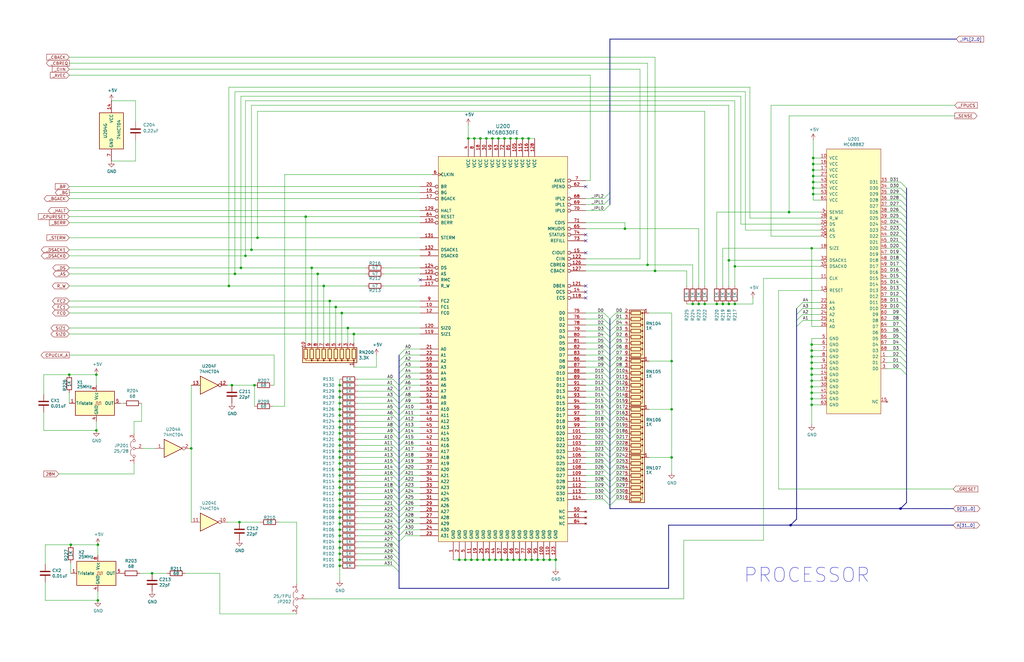
<source format=kicad_sch>
(kicad_sch (version 20211123) (generator eeschema)
  (paper "B")
  (title_block (title "N2630") (rev "1.0"))
  (junction (at 143.256 187.96))
  (junction (at 234.315 236.22))
  (junction (at 231.775 236.22))
  (junction (at 342.9 71.755))
  (junction (at 143.256 215.9))
  (junction (at 224.155 236.22))
  (junction (at 342.265 150.495))
  (junction (at 226.695 236.22))
  (junction (at 379.73 214.63))
  (junction (at 307.34 128.27))
  (junction (at 143.256 203.2))
  (junction (at 41.275 253.365))
  (junction (at 80.645 189.23))
  (junction (at 143.256 228.6))
  (junction (at 342.9 79.375))
  (junction (at 143.256 182.88))
  (junction (at 205.105 58.42))
  (junction (at 139.065 127))
  (junction (at 29.21 158.115))
  (junction (at 143.256 223.52))
  (junction (at 342.265 165.735))
  (junction (at 342.265 155.575))
  (junction (at 342.265 104.775))
  (junction (at 208.915 236.22))
  (junction (at 229.235 236.22))
  (junction (at 213.995 236.22))
  (junction (at 143.256 180.34))
  (junction (at 128.905 91.44))
  (junction (at 143.256 226.06))
  (junction (at 143.256 200.66))
  (junction (at 143.256 193.04))
  (junction (at 133.985 115.57))
  (junction (at 294.64 128.27))
  (junction (at 276.225 114.3))
  (junction (at 198.755 236.22))
  (junction (at 342.9 76.835))
  (junction (at 283.21 193.04))
  (junction (at 211.455 236.22))
  (junction (at 307.34 109.855))
  (junction (at 143.256 195.58))
  (junction (at 141.605 129.54))
  (junction (at 309.88 128.27))
  (junction (at 143.256 185.42))
  (junction (at 143.256 238.76))
  (junction (at 219.075 236.22))
  (junction (at 333.375 221.615))
  (junction (at 202.565 58.42))
  (junction (at 101.6 113.03))
  (junction (at 309.88 112.395))
  (junction (at 203.835 236.22))
  (junction (at 342.9 69.215))
  (junction (at 143.256 165.1))
  (junction (at 222.885 58.42))
  (junction (at 143.256 167.64))
  (junction (at 131.445 113.03))
  (junction (at 100.965 220.345))
  (junction (at 99.06 115.57))
  (junction (at 332.74 89.535))
  (junction (at 342.265 168.275))
  (junction (at 342.9 74.295))
  (junction (at 217.805 58.42))
  (junction (at 283.21 152.4))
  (junction (at 143.256 233.68))
  (junction (at 29.845 229.87))
  (junction (at 106.045 105.41))
  (junction (at 108.585 100.33))
  (junction (at 342.265 153.035))
  (junction (at 143.256 198.12))
  (junction (at 143.256 218.44))
  (junction (at 64.135 241.935))
  (junction (at 144.145 132.08))
  (junction (at 96.52 120.65))
  (junction (at 97.79 162.56))
  (junction (at 342.9 66.675))
  (junction (at 143.256 208.28))
  (junction (at 342.265 160.655))
  (junction (at 143.256 220.98))
  (junction (at 143.256 213.36))
  (junction (at 283.21 172.72))
  (junction (at 212.725 58.42))
  (junction (at 263.525 96.52))
  (junction (at 201.295 236.22))
  (junction (at 302.26 128.27))
  (junction (at 149.225 140.97))
  (junction (at 342.265 147.955))
  (junction (at 143.256 231.14))
  (junction (at 107.315 162.56))
  (junction (at 143.256 162.56))
  (junction (at 41.275 229.87))
  (junction (at 143.256 177.8))
  (junction (at 215.265 58.42))
  (junction (at 40.64 181.61))
  (junction (at 40.64 158.115))
  (junction (at 146.685 138.43))
  (junction (at 103.505 107.95))
  (junction (at 206.375 236.22))
  (junction (at 292.1 128.27))
  (junction (at 304.8 128.27))
  (junction (at 197.485 58.42))
  (junction (at 221.615 236.22))
  (junction (at 196.215 236.22))
  (junction (at 220.345 58.42))
  (junction (at 216.535 236.22))
  (junction (at 143.256 170.18))
  (junction (at 342.265 170.815))
  (junction (at 193.675 236.22))
  (junction (at 143.256 236.22))
  (junction (at 342.9 81.915))
  (junction (at 143.256 205.74))
  (junction (at 207.645 58.42))
  (junction (at 342.265 145.415))
  (junction (at 342.265 158.115))
  (junction (at 210.185 58.42))
  (junction (at 143.256 172.72))
  (junction (at 143.256 210.82))
  (junction (at 200.025 58.42))
  (junction (at 143.256 175.26))
  (junction (at 297.18 128.27))
  (junction (at 342.265 163.195))
  (junction (at 136.525 120.65))
  (junction (at 143.256 190.5))
  (junction (at 273.05 111.76))
  (no_connect (at 247.015 120.65))
  (no_connect (at 247.015 123.19))
  (no_connect (at 247.015 101.6))
  (no_connect (at 247.015 125.73))
  (no_connect (at 247.015 106.68))
  (no_connect (at 247.015 78.74))
  (no_connect (at 247.015 99.06))
  (no_connect (at 177.165 118.11))
  (bus_entry (at 259.715 172.72) (size -2.54 2.54))
  (bus_entry (at 170.815 170.18) (size -2.54 2.54))
  (bus_entry (at 379.73 155.575) (size 2.54 2.54))
  (bus_entry (at 338.455 135.255) (size -2.54 2.54))
  (bus_entry (at 254.635 149.86) (size 2.54 2.54))
  (bus_entry (at 165.735 160.02) (size 2.54 2.54))
  (bus_entry (at 165.735 208.28) (size 2.54 2.54))
  (bus_entry (at 170.815 147.32) (size -2.54 2.54))
  (bus_entry (at 165.735 218.44) (size 2.54 2.54))
  (bus_entry (at 338.455 132.715) (size -2.54 2.54))
  (bus_entry (at 170.815 162.56) (size -2.54 2.54))
  (bus_entry (at 170.815 152.4) (size -2.54 2.54))
  (bus_entry (at 259.715 177.8) (size -2.54 2.54))
  (bus_entry (at 254.635 190.5) (size 2.54 2.54))
  (bus_entry (at 259.715 203.2) (size -2.54 2.54))
  (bus_entry (at 170.815 177.8) (size -2.54 2.54))
  (bus_entry (at 259.715 132.08) (size -2.54 2.54))
  (bus_entry (at 254.635 195.58) (size 2.54 2.54))
  (bus_entry (at 170.815 187.96) (size -2.54 2.54))
  (bus_entry (at 259.715 193.04) (size -2.54 2.54))
  (bus_entry (at 254.635 147.32) (size 2.54 2.54))
  (bus_entry (at 165.735 226.06) (size 2.54 2.54))
  (bus_entry (at 165.735 177.8) (size 2.54 2.54))
  (bus_entry (at 259.715 182.88) (size -2.54 2.54))
  (bus_entry (at 170.815 198.12) (size -2.54 2.54))
  (bus_entry (at 259.715 198.12) (size -2.54 2.54))
  (bus_entry (at 170.815 213.36) (size -2.54 2.54))
  (bus_entry (at 170.815 157.48) (size -2.54 2.54))
  (bus_entry (at 165.735 167.64) (size 2.54 2.54))
  (bus_entry (at 254.635 160.02) (size 2.54 2.54))
  (bus_entry (at 254.635 182.88) (size 2.54 2.54))
  (bus_entry (at 379.73 114.935) (size 2.54 2.54))
  (bus_entry (at 170.815 195.58) (size -2.54 2.54))
  (bus_entry (at 165.735 162.56) (size 2.54 2.54))
  (bus_entry (at 170.815 208.28) (size -2.54 2.54))
  (bus_entry (at 165.735 231.14) (size 2.54 2.54))
  (bus_entry (at 379.73 142.875) (size 2.54 2.54))
  (bus_entry (at 379.73 97.155) (size 2.54 2.54))
  (bus_entry (at 379.73 89.535) (size 2.54 2.54))
  (bus_entry (at 165.735 223.52) (size 2.54 2.54))
  (bus_entry (at 379.73 127.635) (size 2.54 2.54))
  (bus_entry (at 259.715 190.5) (size -2.54 2.54))
  (bus_entry (at 254.635 170.18) (size 2.54 2.54))
  (bus_entry (at 259.715 147.32) (size -2.54 2.54))
  (bus_entry (at 259.715 154.94) (size -2.54 2.54))
  (bus_entry (at 170.815 215.9) (size -2.54 2.54))
  (bus_entry (at 165.735 170.18) (size 2.54 2.54))
  (bus_entry (at 379.73 84.455) (size 2.54 2.54))
  (bus_entry (at 170.815 205.74) (size -2.54 2.54))
  (bus_entry (at 379.73 137.795) (size 2.54 2.54))
  (bus_entry (at 170.815 154.94) (size -2.54 2.54))
  (bus_entry (at 254.635 142.24) (size 2.54 2.54))
  (bus_entry (at 254.635 172.72) (size 2.54 2.54))
  (bus_entry (at 165.735 220.98) (size 2.54 2.54))
  (bus_entry (at 379.73 76.835) (size 2.54 2.54))
  (bus_entry (at 259.715 205.74) (size -2.54 2.54))
  (bus_entry (at 165.735 190.5) (size 2.54 2.54))
  (bus_entry (at 254.635 177.8) (size 2.54 2.54))
  (bus_entry (at 379.73 150.495) (size 2.54 2.54))
  (bus_entry (at 170.815 200.66) (size -2.54 2.54))
  (bus_entry (at 165.735 228.6) (size 2.54 2.54))
  (bus_entry (at 379.73 132.715) (size 2.54 2.54))
  (bus_entry (at 259.715 208.28) (size -2.54 2.54))
  (bus_entry (at 170.815 226.06) (size -2.54 2.54))
  (bus_entry (at 379.73 92.075) (size 2.54 2.54))
  (bus_entry (at 165.735 210.82) (size 2.54 2.54))
  (bus_entry (at 379.73 120.015) (size 2.54 2.54))
  (bus_entry (at 165.735 165.1) (size 2.54 2.54))
  (bus_entry (at 170.815 185.42) (size -2.54 2.54))
  (bus_entry (at 170.815 210.82) (size -2.54 2.54))
  (bus_entry (at 254.635 152.4) (size 2.54 2.54))
  (bus_entry (at 259.715 195.58) (size -2.54 2.54))
  (bus_entry (at 254.635 185.42) (size 2.54 2.54))
  (bus_entry (at 379.73 117.475) (size 2.54 2.54))
  (bus_entry (at 259.715 144.78) (size -2.54 2.54))
  (bus_entry (at 165.735 187.96) (size 2.54 2.54))
  (bus_entry (at 379.73 86.995) (size 2.54 2.54))
  (bus_entry (at 254.635 137.16) (size 2.54 2.54))
  (bus_entry (at 165.735 180.34) (size 2.54 2.54))
  (bus_entry (at 165.735 172.72) (size 2.54 2.54))
  (bus_entry (at 254.635 88.9) (size 2.54 -2.54))
  (bus_entry (at 165.735 185.42) (size 2.54 2.54))
  (bus_entry (at 170.815 218.44) (size -2.54 2.54))
  (bus_entry (at 254.635 157.48) (size 2.54 2.54))
  (bus_entry (at 170.815 149.86) (size -2.54 2.54))
  (bus_entry (at 259.715 185.42) (size -2.54 2.54))
  (bus_entry (at 254.635 165.1) (size 2.54 2.54))
  (bus_entry (at 254.635 187.96) (size 2.54 2.54))
  (bus_entry (at 379.73 81.915) (size 2.54 2.54))
  (bus_entry (at 259.715 152.4) (size -2.54 2.54))
  (bus_entry (at 379.73 107.315) (size 2.54 2.54))
  (bus_entry (at 259.715 200.66) (size -2.54 2.54))
  (bus_entry (at 379.73 104.775) (size 2.54 2.54))
  (bus_entry (at 379.73 99.695) (size 2.54 2.54))
  (bus_entry (at 254.635 167.64) (size 2.54 2.54))
  (bus_entry (at 254.635 175.26) (size 2.54 2.54))
  (bus_entry (at 170.815 172.72) (size -2.54 2.54))
  (bus_entry (at 259.715 139.7) (size -2.54 2.54))
  (bus_entry (at 170.815 175.26) (size -2.54 2.54))
  (bus_entry (at 170.815 165.1) (size -2.54 2.54))
  (bus_entry (at 379.73 102.235) (size 2.54 2.54))
  (bus_entry (at 254.635 83.82) (size 2.54 -2.54))
  (bus_entry (at 259.715 167.64) (size -2.54 2.54))
  (bus_entry (at 254.635 162.56) (size 2.54 2.54))
  (bus_entry (at 379.73 135.255) (size 2.54 2.54))
  (bus_entry (at 170.815 160.02) (size -2.54 2.54))
  (bus_entry (at 254.635 193.04) (size 2.54 2.54))
  (bus_entry (at 165.735 238.76) (size 2.54 2.54))
  (bus_entry (at 165.735 200.66) (size 2.54 2.54))
  (bus_entry (at 379.73 130.175) (size 2.54 2.54))
  (bus_entry (at 165.735 205.74) (size 2.54 2.54))
  (bus_entry (at 170.815 180.34) (size -2.54 2.54))
  (bus_entry (at 259.715 137.16) (size -2.54 2.54))
  (bus_entry (at 170.815 203.2) (size -2.54 2.54))
  (bus_entry (at 254.635 205.74) (size 2.54 2.54))
  (bus_entry (at 379.73 153.035) (size 2.54 2.54))
  (bus_entry (at 254.635 86.36) (size 2.54 -2.54))
  (bus_entry (at 259.715 210.82) (size -2.54 2.54))
  (bus_entry (at 379.73 122.555) (size 2.54 2.54))
  (bus_entry (at 259.715 157.48) (size -2.54 2.54))
  (bus_entry (at 254.635 132.08) (size 2.54 2.54))
  (bus_entry (at 259.715 187.96) (size -2.54 2.54))
  (bus_entry (at 379.73 94.615) (size 2.54 2.54))
  (bus_entry (at 254.635 200.66) (size 2.54 2.54))
  (bus_entry (at 165.735 233.68) (size 2.54 2.54))
  (bus_entry (at 259.715 180.34) (size -2.54 2.54))
  (bus_entry (at 379.73 125.095) (size 2.54 2.54))
  (bus_entry (at 170.815 167.64) (size -2.54 2.54))
  (bus_entry (at 170.815 223.52) (size -2.54 2.54))
  (bus_entry (at 254.635 210.82) (size 2.54 2.54))
  (bus_entry (at 165.735 213.36) (size 2.54 2.54))
  (bus_entry (at 259.715 134.62) (size -2.54 2.54))
  (bus_entry (at 379.73 112.395) (size 2.54 2.54))
  (bus_entry (at 170.815 193.04) (size -2.54 2.54))
  (bus_entry (at 259.715 160.02) (size -2.54 2.54))
  (bus_entry (at 254.635 154.94) (size 2.54 2.54))
  (bus_entry (at 259.715 149.86) (size -2.54 2.54))
  (bus_entry (at 379.73 140.335) (size 2.54 2.54))
  (bus_entry (at 254.635 144.78) (size 2.54 2.54))
  (bus_entry (at 254.635 180.34) (size 2.54 2.54))
  (bus_entry (at 170.815 182.88) (size -2.54 2.54))
  (bus_entry (at 165.735 198.12) (size 2.54 2.54))
  (bus_entry (at 259.715 175.26) (size -2.54 2.54))
  (bus_entry (at 165.735 195.58) (size 2.54 2.54))
  (bus_entry (at 379.73 147.955) (size 2.54 2.54))
  (bus_entry (at 259.715 142.24) (size -2.54 2.54))
  (bus_entry (at 379.73 109.855) (size 2.54 2.54))
  (bus_entry (at 379.73 145.415) (size 2.54 2.54))
  (bus_entry (at 165.735 182.88) (size 2.54 2.54))
  (bus_entry (at 165.735 236.22) (size 2.54 2.54))
  (bus_entry (at 165.735 175.26) (size 2.54 2.54))
  (bus_entry (at 259.715 170.18) (size -2.54 2.54))
  (bus_entry (at 254.635 208.28) (size 2.54 2.54))
  (bus_entry (at 338.455 130.175) (size -2.54 2.54))
  (bus_entry (at 170.815 220.98) (size -2.54 2.54))
  (bus_entry (at 259.715 165.1) (size -2.54 2.54))
  (bus_entry (at 170.815 190.5) (size -2.54 2.54))
  (bus_entry (at 338.455 127.635) (size -2.54 2.54))
  (bus_entry (at 165.735 193.04) (size 2.54 2.54))
  (bus_entry (at 254.635 134.62) (size 2.54 2.54))
  (bus_entry (at 259.715 162.56) (size -2.54 2.54))
  (bus_entry (at 379.73 79.375) (size 2.54 2.54))
  (bus_entry (at 165.735 215.9) (size 2.54 2.54))
  (bus_entry (at 254.635 139.7) (size 2.54 2.54))
  (bus_entry (at 165.735 203.2) (size 2.54 2.54))
  (bus_entry (at 254.635 198.12) (size 2.54 2.54))
  (bus_entry (at 254.635 203.2) (size 2.54 2.54))
  (wire (pts (xy 247.015 180.34) (xy 254.635 180.34)))
  (bus (pts (xy 257.175 190.5) (xy 257.175 193.04)))
  (wire (pts (xy 374.015 102.235) (xy 379.73 102.235)))
  (wire (pts (xy 309.88 42.545) (xy 103.505 42.545)))
  (wire (pts (xy 292.1 128.27) (xy 294.64 128.27)))
  (wire (pts (xy 342.265 150.495) (xy 342.265 153.035)))
  (wire (pts (xy 247.015 88.9) (xy 254.635 88.9)))
  (wire (pts (xy 125.095 246.38) (xy 125.095 220.345)))
  (bus (pts (xy 382.27 153.035) (xy 382.27 155.575)))
  (wire (pts (xy 150.876 165.1) (xy 165.735 165.1)))
  (wire (pts (xy 226.695 236.22) (xy 229.235 236.22)))
  (wire (pts (xy 143.256 231.14) (xy 143.256 233.68)))
  (wire (pts (xy 200.025 58.42) (xy 197.485 58.42)))
  (wire (pts (xy 207.645 58.42) (xy 205.105 58.42)))
  (wire (pts (xy 92.71 241.935) (xy 78.105 241.935)))
  (bus (pts (xy 382.27 92.075) (xy 382.27 94.615)))
  (bus (pts (xy 168.275 210.82) (xy 168.275 213.36)))
  (wire (pts (xy 342.265 170.815) (xy 342.265 179.07)))
  (wire (pts (xy 177.165 165.1) (xy 170.815 165.1)))
  (wire (pts (xy 269.875 109.22) (xy 269.875 29.21)))
  (wire (pts (xy 177.165 162.56) (xy 170.815 162.56)))
  (wire (pts (xy 374.015 76.835) (xy 379.73 76.835)))
  (bus (pts (xy 257.175 175.26) (xy 257.175 177.8)))
  (wire (pts (xy 216.535 236.22) (xy 219.075 236.22)))
  (wire (pts (xy 247.015 93.98) (xy 263.525 93.98)))
  (wire (pts (xy 259.715 162.56) (xy 263.525 162.56)))
  (bus (pts (xy 257.175 139.7) (xy 257.175 142.24)))
  (bus (pts (xy 382.27 120.015) (xy 382.27 122.555)))
  (bus (pts (xy 335.915 135.255) (xy 335.915 137.795)))
  (wire (pts (xy 304.8 104.775) (xy 342.265 104.775)))
  (wire (pts (xy 273.685 172.72) (xy 283.21 172.72)))
  (wire (pts (xy 346.075 137.795) (xy 342.265 137.795)))
  (wire (pts (xy 193.675 236.22) (xy 196.215 236.22)))
  (wire (pts (xy 150.876 198.12) (xy 165.735 198.12)))
  (wire (pts (xy 150.876 205.74) (xy 165.735 205.74)))
  (wire (pts (xy 211.455 236.22) (xy 213.995 236.22)))
  (wire (pts (xy 150.876 190.5) (xy 165.735 190.5)))
  (wire (pts (xy 346.075 165.735) (xy 342.265 165.735)))
  (bus (pts (xy 382.27 86.995) (xy 382.27 89.535)))
  (wire (pts (xy 177.165 175.26) (xy 170.815 175.26)))
  (wire (pts (xy 150.876 220.98) (xy 165.735 220.98)))
  (wire (pts (xy 150.876 167.64) (xy 165.735 167.64)))
  (wire (pts (xy 346.075 99.695) (xy 325.12 99.695)))
  (wire (pts (xy 297.18 120.65) (xy 297.18 46.99)))
  (bus (pts (xy 257.175 152.4) (xy 257.175 154.94)))
  (bus (pts (xy 168.275 187.96) (xy 168.275 190.5)))
  (wire (pts (xy 177.165 120.65) (xy 161.925 120.65)))
  (wire (pts (xy 125.095 220.345) (xy 117.475 220.345)))
  (wire (pts (xy 177.165 190.5) (xy 170.815 190.5)))
  (bus (pts (xy 168.275 233.68) (xy 168.275 236.22)))
  (bus (pts (xy 257.175 16.51) (xy 257.175 81.28)))
  (wire (pts (xy 177.165 215.9) (xy 170.815 215.9)))
  (bus (pts (xy 168.275 220.98) (xy 168.275 223.52)))
  (bus (pts (xy 257.175 172.72) (xy 257.175 175.26)))
  (wire (pts (xy 143.256 236.22) (xy 143.256 238.76)))
  (bus (pts (xy 168.275 154.94) (xy 168.275 157.48)))
  (wire (pts (xy 177.165 223.52) (xy 170.815 223.52)))
  (wire (pts (xy 125.095 259.08) (xy 92.71 259.08)))
  (wire (pts (xy 374.015 112.395) (xy 379.73 112.395)))
  (wire (pts (xy 346.075 150.495) (xy 342.265 150.495)))
  (bus (pts (xy 168.275 149.86) (xy 168.275 152.4)))
  (bus (pts (xy 168.275 195.58) (xy 168.275 198.12)))
  (wire (pts (xy 196.215 236.22) (xy 198.755 236.22)))
  (wire (pts (xy 177.165 93.98) (xy 29.21 93.98)))
  (wire (pts (xy 247.015 142.24) (xy 254.635 142.24)))
  (wire (pts (xy 283.21 152.4) (xy 283.21 132.08)))
  (bus (pts (xy 382.27 140.335) (xy 382.27 142.875)))
  (wire (pts (xy 346.075 71.755) (xy 342.9 71.755)))
  (bus (pts (xy 257.175 147.32) (xy 257.175 149.86)))
  (wire (pts (xy 99.06 38.735) (xy 99.06 115.57)))
  (wire (pts (xy 177.165 198.12) (xy 170.815 198.12)))
  (wire (pts (xy 80.645 189.23) (xy 80.645 220.345)))
  (wire (pts (xy 259.715 152.4) (xy 263.525 152.4)))
  (wire (pts (xy 374.015 147.955) (xy 379.73 147.955)))
  (wire (pts (xy 307.34 109.855) (xy 307.34 44.45)))
  (wire (pts (xy 177.165 170.18) (xy 170.815 170.18)))
  (wire (pts (xy 307.34 120.65) (xy 307.34 109.855)))
  (wire (pts (xy 220.345 58.42) (xy 217.805 58.42)))
  (bus (pts (xy 382.27 132.715) (xy 382.27 135.255)))
  (wire (pts (xy 198.755 236.22) (xy 201.295 236.22)))
  (wire (pts (xy 263.525 175.26) (xy 259.715 175.26)))
  (wire (pts (xy 80.645 162.56) (xy 80.645 189.23)))
  (wire (pts (xy 18.415 173.99) (xy 18.415 181.61)))
  (wire (pts (xy 158.75 154.94) (xy 149.225 154.94)))
  (bus (pts (xy 168.275 167.64) (xy 168.275 170.18)))
  (wire (pts (xy 316.23 36.83) (xy 96.52 36.83)))
  (bus (pts (xy 382.27 155.575) (xy 382.27 158.115)))
  (wire (pts (xy 263.525 142.24) (xy 259.715 142.24)))
  (wire (pts (xy 346.075 79.375) (xy 342.9 79.375)))
  (wire (pts (xy 263.525 193.04) (xy 259.715 193.04)))
  (wire (pts (xy 247.015 152.4) (xy 254.635 152.4)))
  (bus (pts (xy 257.175 177.8) (xy 257.175 180.34)))
  (wire (pts (xy 177.165 78.74) (xy 29.21 78.74)))
  (wire (pts (xy 247.015 203.2) (xy 254.635 203.2)))
  (wire (pts (xy 316.23 92.075) (xy 316.23 36.83)))
  (wire (pts (xy 346.075 122.555) (xy 328.295 122.555)))
  (wire (pts (xy 247.015 200.66) (xy 254.635 200.66)))
  (wire (pts (xy 128.905 144.78) (xy 128.905 91.44)))
  (wire (pts (xy 304.8 104.775) (xy 304.8 120.65)))
  (wire (pts (xy 143.256 185.42) (xy 143.256 187.96)))
  (wire (pts (xy 213.995 236.22) (xy 216.535 236.22)))
  (wire (pts (xy 346.075 117.475) (xy 321.945 117.475)))
  (wire (pts (xy 95.885 220.345) (xy 100.965 220.345)))
  (wire (pts (xy 374.015 153.035) (xy 379.73 153.035)))
  (wire (pts (xy 29.21 140.97) (xy 149.225 140.97)))
  (wire (pts (xy 374.015 150.495) (xy 379.73 150.495)))
  (bus (pts (xy 168.275 215.9) (xy 168.275 218.44)))
  (wire (pts (xy 150.876 236.22) (xy 165.735 236.22)))
  (wire (pts (xy 342.265 160.655) (xy 342.265 163.195)))
  (wire (pts (xy 101.6 113.03) (xy 29.21 113.03)))
  (wire (pts (xy 29.845 229.87) (xy 41.275 229.87)))
  (wire (pts (xy 177.165 177.8) (xy 170.815 177.8)))
  (wire (pts (xy 374.015 92.075) (xy 379.73 92.075)))
  (wire (pts (xy 40.64 162.56) (xy 40.64 158.115)))
  (wire (pts (xy 374.015 84.455) (xy 379.73 84.455)))
  (wire (pts (xy 374.015 135.255) (xy 379.73 135.255)))
  (wire (pts (xy 247.015 83.82) (xy 254.635 83.82)))
  (wire (pts (xy 56.515 182.88) (xy 56.515 177.8)))
  (bus (pts (xy 382.27 84.455) (xy 382.27 86.995)))
  (bus (pts (xy 335.915 219.075) (xy 333.375 221.615)))
  (wire (pts (xy 143.256 208.28) (xy 143.256 210.82)))
  (wire (pts (xy 374.015 79.375) (xy 379.73 79.375)))
  (bus (pts (xy 168.275 198.12) (xy 168.275 200.66)))
  (wire (pts (xy 177.165 226.06) (xy 170.815 226.06)))
  (wire (pts (xy 307.34 128.27) (xy 309.88 128.27)))
  (wire (pts (xy 29.21 170.18) (xy 29.21 165.735)))
  (wire (pts (xy 247.015 170.18) (xy 254.635 170.18)))
  (wire (pts (xy 120.015 73.66) (xy 120.015 171.45)))
  (wire (pts (xy 374.015 155.575) (xy 379.73 155.575)))
  (wire (pts (xy 374.015 142.875) (xy 379.73 142.875)))
  (wire (pts (xy 139.065 144.78) (xy 139.065 127)))
  (wire (pts (xy 114.935 162.56) (xy 115.57 162.56)))
  (bus (pts (xy 257.175 81.28) (xy 257.175 83.82)))
  (bus (pts (xy 257.175 160.02) (xy 257.175 162.56)))
  (bus (pts (xy 382.27 102.235) (xy 382.27 104.775)))
  (wire (pts (xy 57.15 42.545) (xy 57.15 51.435)))
  (wire (pts (xy 297.18 128.27) (xy 302.26 128.27)))
  (wire (pts (xy 321.945 227.965) (xy 288.29 227.965)))
  (wire (pts (xy 342.9 71.755) (xy 342.9 69.215)))
  (wire (pts (xy 29.21 24.13) (xy 276.225 24.13)))
  (wire (pts (xy 374.015 89.535) (xy 379.73 89.535)))
  (wire (pts (xy 224.155 236.22) (xy 226.695 236.22)))
  (wire (pts (xy 29.21 158.115) (xy 40.64 158.115)))
  (wire (pts (xy 346.075 66.675) (xy 342.9 66.675)))
  (wire (pts (xy 210.185 58.42) (xy 207.645 58.42)))
  (wire (pts (xy 247.015 172.72) (xy 254.635 172.72)))
  (wire (pts (xy 219.075 236.22) (xy 221.615 236.22)))
  (wire (pts (xy 19.05 229.87) (xy 29.845 229.87)))
  (bus (pts (xy 382.27 81.915) (xy 382.27 84.455)))
  (wire (pts (xy 325.12 99.695) (xy 325.12 44.45)))
  (wire (pts (xy 143.256 175.26) (xy 143.256 177.8)))
  (wire (pts (xy 317.5 128.27) (xy 317.5 125.73)))
  (bus (pts (xy 382.27 112.395) (xy 382.27 114.935)))
  (wire (pts (xy 294.64 128.27) (xy 297.18 128.27)))
  (wire (pts (xy 247.015 86.36) (xy 254.635 86.36)))
  (bus (pts (xy 382.27 97.155) (xy 382.27 99.695)))
  (wire (pts (xy 150.876 238.76) (xy 165.735 238.76)))
  (wire (pts (xy 247.015 208.28) (xy 254.635 208.28)))
  (bus (pts (xy 168.275 180.34) (xy 168.275 182.88)))
  (wire (pts (xy 328.295 206.375) (xy 401.955 206.375)))
  (bus (pts (xy 257.175 154.94) (xy 257.175 157.48)))
  (wire (pts (xy 374.015 94.615) (xy 379.73 94.615)))
  (wire (pts (xy 99.06 115.57) (xy 133.985 115.57)))
  (wire (pts (xy 150.876 203.2) (xy 165.735 203.2)))
  (wire (pts (xy 177.165 157.48) (xy 170.815 157.48)))
  (wire (pts (xy 314.325 97.155) (xy 346.075 97.155)))
  (wire (pts (xy 191.135 236.22) (xy 193.675 236.22)))
  (wire (pts (xy 374.015 130.175) (xy 379.73 130.175)))
  (wire (pts (xy 229.235 236.22) (xy 231.775 236.22)))
  (wire (pts (xy 143.256 205.74) (xy 143.256 208.28)))
  (wire (pts (xy 177.165 147.32) (xy 170.815 147.32)))
  (wire (pts (xy 115.57 162.56) (xy 115.57 149.86)))
  (wire (pts (xy 128.905 91.44) (xy 29.21 91.44)))
  (wire (pts (xy 292.1 120.65) (xy 292.1 111.76)))
  (wire (pts (xy 52.07 170.18) (xy 50.8 170.18)))
  (wire (pts (xy 177.165 218.44) (xy 170.815 218.44)))
  (wire (pts (xy 342.265 163.195) (xy 342.265 165.735)))
  (wire (pts (xy 247.015 198.12) (xy 254.635 198.12)))
  (wire (pts (xy 325.12 44.45) (xy 402.59 44.45)))
  (wire (pts (xy 101.6 113.03) (xy 101.6 40.64)))
  (wire (pts (xy 150.876 172.72) (xy 165.735 172.72)))
  (bus (pts (xy 382.27 135.255) (xy 382.27 137.795)))
  (wire (pts (xy 259.715 195.58) (xy 263.525 195.58)))
  (wire (pts (xy 150.876 215.9) (xy 165.735 215.9)))
  (wire (pts (xy 143.256 160.02) (xy 143.256 162.56)))
  (wire (pts (xy 332.74 89.535) (xy 332.74 48.895)))
  (wire (pts (xy 259.715 167.64) (xy 263.525 167.64)))
  (wire (pts (xy 150.876 187.96) (xy 165.735 187.96)))
  (wire (pts (xy 177.165 210.82) (xy 170.815 210.82)))
  (wire (pts (xy 273.685 193.04) (xy 283.21 193.04)))
  (bus (pts (xy 168.275 203.2) (xy 168.275 205.74)))
  (wire (pts (xy 312.42 40.64) (xy 312.42 94.615)))
  (bus (pts (xy 257.175 162.56) (xy 257.175 165.1)))
  (wire (pts (xy 247.015 144.78) (xy 254.635 144.78)))
  (wire (pts (xy 108.585 100.33) (xy 29.21 100.33)))
  (wire (pts (xy 374.015 99.695) (xy 379.73 99.695)))
  (wire (pts (xy 143.256 193.04) (xy 143.256 195.58)))
  (wire (pts (xy 143.256 170.18) (xy 143.256 172.72)))
  (wire (pts (xy 143.256 187.96) (xy 143.256 190.5)))
  (wire (pts (xy 177.165 213.36) (xy 170.815 213.36)))
  (wire (pts (xy 309.88 128.27) (xy 317.5 128.27)))
  (wire (pts (xy 259.715 149.86) (xy 263.525 149.86)))
  (bus (pts (xy 382.27 79.375) (xy 382.27 81.915)))
  (wire (pts (xy 221.615 236.22) (xy 224.155 236.22)))
  (wire (pts (xy 263.525 185.42) (xy 259.715 185.42)))
  (wire (pts (xy 177.165 185.42) (xy 170.815 185.42)))
  (wire (pts (xy 269.875 29.21) (xy 29.21 29.21)))
  (bus (pts (xy 168.275 248.285) (xy 281.94 248.285)))
  (wire (pts (xy 56.515 195.58) (xy 56.515 200.025)))
  (wire (pts (xy 374.015 122.555) (xy 379.73 122.555)))
  (wire (pts (xy 263.525 154.94) (xy 259.715 154.94)))
  (wire (pts (xy 346.075 135.255) (xy 338.455 135.255)))
  (wire (pts (xy 144.145 132.08) (xy 29.21 132.08)))
  (wire (pts (xy 346.075 84.455) (xy 342.9 84.455)))
  (wire (pts (xy 217.805 58.42) (xy 215.265 58.42)))
  (wire (pts (xy 114.935 171.45) (xy 120.015 171.45)))
  (bus (pts (xy 257.175 187.96) (xy 257.175 190.5)))
  (wire (pts (xy 263.525 180.34) (xy 259.715 180.34)))
  (wire (pts (xy 259.715 200.66) (xy 263.525 200.66)))
  (wire (pts (xy 177.165 182.88) (xy 170.815 182.88)))
  (wire (pts (xy 177.165 172.72) (xy 170.815 172.72)))
  (wire (pts (xy 106.045 44.45) (xy 106.045 105.41)))
  (wire (pts (xy 177.165 81.28) (xy 29.21 81.28)))
  (wire (pts (xy 29.845 241.935) (xy 29.845 237.49)))
  (wire (pts (xy 177.165 149.86) (xy 170.815 149.86)))
  (wire (pts (xy 309.88 112.395) (xy 309.88 42.545)))
  (wire (pts (xy 149.225 140.97) (xy 177.165 140.97)))
  (wire (pts (xy 19.05 245.745) (xy 19.05 253.365)))
  (wire (pts (xy 316.23 92.075) (xy 346.075 92.075)))
  (wire (pts (xy 247.015 195.58) (xy 254.635 195.58)))
  (wire (pts (xy 143.256 198.12) (xy 143.256 200.66)))
  (wire (pts (xy 302.26 89.535) (xy 332.74 89.535)))
  (wire (pts (xy 143.256 238.76) (xy 143.256 244.856)))
  (bus (pts (xy 168.275 160.02) (xy 168.275 162.56)))
  (wire (pts (xy 342.265 147.955) (xy 342.265 150.495)))
  (bus (pts (xy 257.175 205.74) (xy 257.175 208.28)))
  (wire (pts (xy 247.015 165.1) (xy 254.635 165.1)))
  (bus (pts (xy 382.27 117.475) (xy 382.27 120.015)))
  (wire (pts (xy 103.505 42.545) (xy 103.505 107.95)))
  (wire (pts (xy 263.525 203.2) (xy 259.715 203.2)))
  (wire (pts (xy 177.165 91.44) (xy 128.905 91.44)))
  (wire (pts (xy 143.256 213.36) (xy 143.256 215.9)))
  (wire (pts (xy 222.885 58.42) (xy 220.345 58.42)))
  (bus (pts (xy 168.275 218.44) (xy 168.275 220.98)))
  (wire (pts (xy 247.015 210.82) (xy 254.635 210.82)))
  (bus (pts (xy 382.27 147.955) (xy 382.27 150.495)))
  (wire (pts (xy 346.075 69.215) (xy 342.9 69.215)))
  (bus (pts (xy 382.27 125.095) (xy 382.27 127.635)))
  (bus (pts (xy 168.275 231.14) (xy 168.275 233.68)))
  (wire (pts (xy 29.21 115.57) (xy 99.06 115.57)))
  (wire (pts (xy 247.015 187.96) (xy 254.635 187.96)))
  (bus (pts (xy 168.275 205.74) (xy 168.275 208.28)))
  (wire (pts (xy 107.315 162.56) (xy 107.315 171.45)))
  (wire (pts (xy 177.165 107.95) (xy 103.505 107.95)))
  (bus (pts (xy 257.175 142.24) (xy 257.175 144.78)))
  (wire (pts (xy 263.525 96.52) (xy 263.525 93.98)))
  (wire (pts (xy 247.015 154.94) (xy 254.635 154.94)))
  (wire (pts (xy 263.525 165.1) (xy 259.715 165.1)))
  (wire (pts (xy 321.945 117.475) (xy 321.945 227.965)))
  (wire (pts (xy 342.9 81.915) (xy 342.9 79.375)))
  (wire (pts (xy 342.9 74.295) (xy 342.9 71.755)))
  (wire (pts (xy 139.065 127) (xy 177.165 127)))
  (wire (pts (xy 201.295 236.22) (xy 203.835 236.22)))
  (wire (pts (xy 146.685 138.43) (xy 29.21 138.43)))
  (wire (pts (xy 374.015 81.915) (xy 379.73 81.915)))
  (wire (pts (xy 150.876 185.42) (xy 165.735 185.42)))
  (wire (pts (xy 346.075 130.175) (xy 338.455 130.175)))
  (wire (pts (xy 143.256 177.8) (xy 143.256 180.34)))
  (wire (pts (xy 342.265 104.775) (xy 346.075 104.775)))
  (wire (pts (xy 177.165 154.94) (xy 170.815 154.94)))
  (bus (pts (xy 168.275 228.6) (xy 168.275 231.14)))
  (wire (pts (xy 144.145 144.78) (xy 144.145 132.08)))
  (bus (pts (xy 257.175 149.86) (xy 257.175 152.4)))
  (wire (pts (xy 374.015 109.855) (xy 379.73 109.855)))
  (wire (pts (xy 263.525 170.18) (xy 259.715 170.18)))
  (wire (pts (xy 18.415 166.37) (xy 18.415 158.115)))
  (wire (pts (xy 374.015 120.015) (xy 379.73 120.015)))
  (wire (pts (xy 150.876 213.36) (xy 165.735 213.36)))
  (wire (pts (xy 150.876 228.6) (xy 165.735 228.6)))
  (wire (pts (xy 158.75 154.94) (xy 158.75 149.86)))
  (wire (pts (xy 150.876 218.44) (xy 165.735 218.44)))
  (wire (pts (xy 247.015 157.48) (xy 254.635 157.48)))
  (wire (pts (xy 150.876 170.18) (xy 165.735 170.18)))
  (wire (pts (xy 177.165 88.9) (xy 29.21 88.9)))
  (bus (pts (xy 168.275 208.28) (xy 168.275 210.82)))
  (bus (pts (xy 382.27 114.935) (xy 382.27 117.475)))
  (bus (pts (xy 257.175 83.82) (xy 257.175 86.36)))
  (wire (pts (xy 144.145 132.08) (xy 177.165 132.08)))
  (bus (pts (xy 257.175 185.42) (xy 257.175 187.96)))
  (bus (pts (xy 168.275 175.26) (xy 168.275 177.8)))
  (bus (pts (xy 281.94 221.615) (xy 333.375 221.615)))
  (bus (pts (xy 168.275 182.88) (xy 168.275 185.42)))
  (wire (pts (xy 141.605 129.54) (xy 29.21 129.54)))
  (wire (pts (xy 177.165 203.2) (xy 170.815 203.2)))
  (wire (pts (xy 57.15 42.545) (xy 46.99 42.545)))
  (wire (pts (xy 247.015 185.42) (xy 254.635 185.42)))
  (bus (pts (xy 257.175 165.1) (xy 257.175 167.64)))
  (wire (pts (xy 133.985 115.57) (xy 154.305 115.57)))
  (bus (pts (xy 257.175 180.34) (xy 257.175 182.88)))
  (bus (pts (xy 382.27 109.855) (xy 382.27 112.395)))
  (bus (pts (xy 168.275 172.72) (xy 168.275 175.26)))
  (wire (pts (xy 259.715 144.78) (xy 263.525 144.78)))
  (wire (pts (xy 247.015 137.16) (xy 254.635 137.16)))
  (bus (pts (xy 382.27 107.315) (xy 382.27 109.855)))
  (wire (pts (xy 133.985 144.78) (xy 133.985 115.57)))
  (wire (pts (xy 374.015 107.315) (xy 379.73 107.315)))
  (wire (pts (xy 107.315 162.56) (xy 97.79 162.56)))
  (bus (pts (xy 257.175 203.2) (xy 257.175 205.74)))
  (wire (pts (xy 150.876 193.04) (xy 165.735 193.04)))
  (wire (pts (xy 95.885 162.56) (xy 97.79 162.56)))
  (wire (pts (xy 342.9 69.215) (xy 342.9 66.675)))
  (wire (pts (xy 374.015 145.415) (xy 379.73 145.415)))
  (wire (pts (xy 346.075 127.635) (xy 338.455 127.635)))
  (wire (pts (xy 46.99 67.945) (xy 57.15 67.945)))
  (bus (pts (xy 168.275 236.22) (xy 168.275 238.76)))
  (wire (pts (xy 263.525 198.12) (xy 259.715 198.12)))
  (wire (pts (xy 143.256 167.64) (xy 143.256 170.18)))
  (wire (pts (xy 294.64 96.52) (xy 294.64 120.65)))
  (wire (pts (xy 18.415 158.115) (xy 29.21 158.115)))
  (wire (pts (xy 263.525 147.32) (xy 259.715 147.32)))
  (bus (pts (xy 257.175 214.63) (xy 379.73 214.63)))
  (wire (pts (xy 247.015 134.62) (xy 254.635 134.62)))
  (wire (pts (xy 177.165 187.96) (xy 170.815 187.96)))
  (wire (pts (xy 283.21 132.08) (xy 273.685 132.08)))
  (wire (pts (xy 136.525 144.78) (xy 136.525 120.65)))
  (wire (pts (xy 247.015 205.74) (xy 254.635 205.74)))
  (wire (pts (xy 56.515 177.8) (xy 59.69 177.8)))
  (wire (pts (xy 41.275 234.315) (xy 41.275 229.87)))
  (wire (pts (xy 19.05 238.125) (xy 19.05 229.87)))
  (wire (pts (xy 177.165 195.58) (xy 170.815 195.58)))
  (wire (pts (xy 374.015 127.635) (xy 379.73 127.635)))
  (wire (pts (xy 263.525 160.02) (xy 259.715 160.02)))
  (wire (pts (xy 374.015 132.715) (xy 379.73 132.715)))
  (wire (pts (xy 247.015 76.2) (xy 248.92 76.2)))
  (wire (pts (xy 143.256 180.34) (xy 143.256 182.88)))
  (wire (pts (xy 177.165 200.66) (xy 170.815 200.66)))
  (wire (pts (xy 342.9 66.675) (xy 342.9 59.055)))
  (wire (pts (xy 177.165 208.28) (xy 170.815 208.28)))
  (wire (pts (xy 149.225 144.78) (xy 149.225 140.97)))
  (wire (pts (xy 247.015 132.08) (xy 254.635 132.08)))
  (wire (pts (xy 374.015 114.935) (xy 379.73 114.935)))
  (wire (pts (xy 143.256 215.9) (xy 143.256 218.44)))
  (wire (pts (xy 65.405 189.23) (xy 60.325 189.23)))
  (bus (pts (xy 382.27 127.635) (xy 382.27 130.175)))
  (bus (pts (xy 168.275 162.56) (xy 168.275 165.1)))
  (bus (pts (xy 257.175 134.62) (xy 257.175 137.16)))
  (wire (pts (xy 177.165 152.4) (xy 170.815 152.4)))
  (wire (pts (xy 108.585 46.99) (xy 297.18 46.99)))
  (wire (pts (xy 143.256 226.06) (xy 143.256 228.6)))
  (bus (pts (xy 281.94 248.285) (xy 281.94 221.615)))
  (wire (pts (xy 346.075 145.415) (xy 342.265 145.415)))
  (wire (pts (xy 276.225 114.3) (xy 276.225 24.13)))
  (bus (pts (xy 168.275 152.4) (xy 168.275 154.94)))
  (wire (pts (xy 182.245 73.66) (xy 120.015 73.66)))
  (wire (pts (xy 70.485 241.935) (xy 64.135 241.935)))
  (wire (pts (xy 205.105 58.42) (xy 202.565 58.42)))
  (bus (pts (xy 382.27 94.615) (xy 382.27 97.155)))
  (wire (pts (xy 273.685 152.4) (xy 283.21 152.4)))
  (wire (pts (xy 259.715 205.74) (xy 263.525 205.74)))
  (wire (pts (xy 346.075 89.535) (xy 332.74 89.535)))
  (bus (pts (xy 382.27 150.495) (xy 382.27 153.035)))
  (bus (pts (xy 382.27 130.175) (xy 382.27 132.715)))
  (wire (pts (xy 143.256 228.6) (xy 143.256 231.14)))
  (wire (pts (xy 288.29 252.73) (xy 128.905 252.73)))
  (wire (pts (xy 143.256 220.98) (xy 143.256 223.52)))
  (wire (pts (xy 302.26 120.65) (xy 302.26 89.535)))
  (wire (pts (xy 273.05 111.76) (xy 292.1 111.76)))
  (wire (pts (xy 346.075 147.955) (xy 342.265 147.955)))
  (wire (pts (xy 289.56 128.27) (xy 292.1 128.27)))
  (wire (pts (xy 150.876 177.8) (xy 165.735 177.8)))
  (bus (pts (xy 257.175 167.64) (xy 257.175 170.18)))
  (bus (pts (xy 168.275 190.5) (xy 168.275 193.04)))
  (wire (pts (xy 177.165 83.82) (xy 29.21 83.82)))
  (wire (pts (xy 259.715 187.96) (xy 263.525 187.96)))
  (wire (pts (xy 143.256 190.5) (xy 143.256 193.04)))
  (wire (pts (xy 177.165 220.98) (xy 170.815 220.98)))
  (wire (pts (xy 342.265 153.035) (xy 342.265 155.575)))
  (wire (pts (xy 259.715 157.48) (xy 263.525 157.48)))
  (wire (pts (xy 346.075 81.915) (xy 342.9 81.915)))
  (wire (pts (xy 374.015 104.775) (xy 379.73 104.775)))
  (bus (pts (xy 168.275 193.04) (xy 168.275 195.58)))
  (bus (pts (xy 257.175 195.58) (xy 257.175 198.12)))
  (wire (pts (xy 202.565 58.42) (xy 200.025 58.42)))
  (wire (pts (xy 103.505 107.95) (xy 29.21 107.95)))
  (wire (pts (xy 247.015 167.64) (xy 254.635 167.64)))
  (bus (pts (xy 257.175 170.18) (xy 257.175 172.72)))
  (wire (pts (xy 276.225 114.3) (xy 289.56 114.3)))
  (wire (pts (xy 177.165 113.03) (xy 161.925 113.03)))
  (wire (pts (xy 203.835 236.22) (xy 206.375 236.22)))
  (wire (pts (xy 150.876 233.68) (xy 165.735 233.68)))
  (wire (pts (xy 150.876 210.82) (xy 165.735 210.82)))
  (bus (pts (xy 257.175 200.66) (xy 257.175 203.2)))
  (wire (pts (xy 177.165 105.41) (xy 106.045 105.41)))
  (wire (pts (xy 57.15 67.945) (xy 57.15 59.055)))
  (wire (pts (xy 247.015 139.7) (xy 254.635 139.7)))
  (wire (pts (xy 247.015 177.8) (xy 254.635 177.8)))
  (wire (pts (xy 29.21 26.67) (xy 273.05 26.67)))
  (wire (pts (xy 139.065 127) (xy 29.21 127)))
  (wire (pts (xy 247.015 109.22) (xy 269.875 109.22)))
  (wire (pts (xy 247.015 190.5) (xy 254.635 190.5)))
  (wire (pts (xy 283.21 193.04) (xy 283.21 199.39)))
  (wire (pts (xy 307.34 44.45) (xy 106.045 44.45)))
  (wire (pts (xy 346.075 76.835) (xy 342.9 76.835)))
  (wire (pts (xy 346.075 168.275) (xy 342.265 168.275)))
  (bus (pts (xy 335.915 132.715) (xy 335.915 135.255)))
  (wire (pts (xy 150.876 231.14) (xy 165.735 231.14)))
  (wire (pts (xy 259.715 172.72) (xy 263.525 172.72)))
  (wire (pts (xy 248.92 31.75) (xy 29.21 31.75)))
  (wire (pts (xy 247.015 182.88) (xy 254.635 182.88)))
  (bus (pts (xy 257.175 157.48) (xy 257.175 160.02)))
  (wire (pts (xy 56.515 200.025) (xy 24.765 200.025)))
  (wire (pts (xy 225.425 58.42) (xy 222.885 58.42)))
  (wire (pts (xy 259.715 134.62) (xy 263.525 134.62)))
  (wire (pts (xy 18.415 181.61) (xy 40.64 181.61)))
  (wire (pts (xy 288.29 227.965) (xy 288.29 252.73)))
  (wire (pts (xy 64.135 241.935) (xy 59.055 241.935)))
  (wire (pts (xy 309.88 120.65) (xy 309.88 112.395)))
  (wire (pts (xy 212.725 58.42) (xy 210.185 58.42)))
  (wire (pts (xy 143.256 162.56) (xy 143.256 165.1)))
  (bus (pts (xy 257.175 208.28) (xy 257.175 210.82)))
  (wire (pts (xy 143.256 223.52) (xy 143.256 226.06)))
  (wire (pts (xy 346.075 74.295) (xy 342.9 74.295)))
  (wire (pts (xy 143.256 218.44) (xy 143.256 220.98)))
  (wire (pts (xy 108.585 100.33) (xy 177.165 100.33)))
  (bus (pts (xy 382.27 145.415) (xy 382.27 147.955)))
  (wire (pts (xy 248.92 76.2) (xy 248.92 31.75)))
  (wire (pts (xy 150.876 175.26) (xy 165.735 175.26)))
  (bus (pts (xy 257.175 137.16) (xy 257.175 139.7)))
  (wire (pts (xy 108.585 100.33) (xy 108.585 46.99)))
  (bus (pts (xy 335.915 130.175) (xy 335.915 132.715)))
  (wire (pts (xy 346.075 155.575) (xy 342.265 155.575)))
  (bus (pts (xy 257.175 210.82) (xy 257.175 213.36)))
  (wire (pts (xy 150.876 200.66) (xy 165.735 200.66)))
  (wire (pts (xy 40.64 177.8) (xy 40.64 181.61)))
  (wire (pts (xy 143.256 195.58) (xy 143.256 198.12)))
  (wire (pts (xy 346.075 170.815) (xy 342.265 170.815)))
  (bus (pts (xy 168.275 200.66) (xy 168.275 203.2)))
  (wire (pts (xy 247.015 147.32) (xy 254.635 147.32)))
  (wire (pts (xy 247.015 193.04) (xy 254.635 193.04)))
  (bus (pts (xy 382.27 142.875) (xy 382.27 145.415)))
  (bus (pts (xy 257.175 16.51) (xy 403.225 16.51)))
  (wire (pts (xy 342.9 76.835) (xy 342.9 74.295)))
  (wire (pts (xy 143.256 200.66) (xy 143.256 203.2)))
  (wire (pts (xy 150.876 182.88) (xy 165.735 182.88)))
  (wire (pts (xy 177.165 167.64) (xy 170.815 167.64)))
  (bus (pts (xy 168.275 177.8) (xy 168.275 180.34)))
  (wire (pts (xy 96.52 36.83) (xy 96.52 120.65)))
  (wire (pts (xy 259.715 139.7) (xy 263.525 139.7)))
  (bus (pts (xy 168.275 223.52) (xy 168.275 226.06)))
  (wire (pts (xy 263.525 96.52) (xy 294.64 96.52)))
  (wire (pts (xy 146.685 138.43) (xy 177.165 138.43)))
  (wire (pts (xy 342.265 165.735) (xy 342.265 168.275)))
  (bus (pts (xy 168.275 238.76) (xy 168.275 241.3)))
  (wire (pts (xy 150.876 226.06) (xy 165.735 226.06)))
  (wire (pts (xy 342.265 168.275) (xy 342.265 170.815)))
  (wire (pts (xy 307.34 109.855) (xy 346.075 109.855)))
  (wire (pts (xy 263.525 137.16) (xy 259.715 137.16)))
  (wire (pts (xy 115.57 149.86) (xy 29.21 149.86)))
  (wire (pts (xy 273.05 111.76) (xy 273.05 26.67)))
  (wire (pts (xy 150.876 162.56) (xy 165.735 162.56)))
  (bus (pts (xy 379.73 214.63) (xy 382.27 212.09)))
  (wire (pts (xy 143.256 172.72) (xy 143.256 175.26)))
  (bus (pts (xy 333.375 221.615) (xy 401.955 221.615)))
  (wire (pts (xy 106.045 105.41) (xy 29.21 105.41)))
  (wire (pts (xy 342.9 79.375) (xy 342.9 76.835)))
  (wire (pts (xy 231.775 236.22) (xy 234.315 236.22)))
  (wire (pts (xy 312.42 94.615) (xy 346.075 94.615)))
  (wire (pts (xy 346.075 132.715) (xy 338.455 132.715)))
  (wire (pts (xy 143.256 165.1) (xy 143.256 167.64)))
  (wire (pts (xy 259.715 177.8) (xy 263.525 177.8)))
  (wire (pts (xy 374.015 140.335) (xy 379.73 140.335)))
  (bus (pts (xy 168.275 157.48) (xy 168.275 160.02)))
  (bus (pts (xy 382.27 122.555) (xy 382.27 125.095)))
  (bus (pts (xy 168.275 185.42) (xy 168.275 187.96)))
  (wire (pts (xy 259.715 210.82) (xy 263.525 210.82)))
  (wire (pts (xy 150.876 223.52) (xy 165.735 223.52)))
  (wire (pts (xy 101.6 40.64) (xy 312.42 40.64)))
  (wire (pts (xy 342.265 145.415) (xy 342.265 147.955)))
  (wire (pts (xy 247.015 114.3) (xy 276.225 114.3)))
  (wire (pts (xy 177.165 205.74) (xy 170.815 205.74)))
  (wire (pts (xy 146.685 144.78) (xy 146.685 138.43)))
  (bus (pts (xy 257.175 144.78) (xy 257.175 147.32)))
  (bus (pts (xy 257.175 213.36) (xy 257.175 214.63)))
  (wire (pts (xy 150.876 180.34) (xy 165.735 180.34)))
  (wire (pts (xy 215.265 58.42) (xy 212.725 58.42)))
  (wire (pts (xy 328.295 122.555) (xy 328.295 206.375)))
  (wire (pts (xy 143.256 210.82) (xy 143.256 213.36)))
  (wire (pts (xy 234.315 236.22) (xy 234.315 240.03)))
  (wire (pts (xy 100.965 220.345) (xy 109.855 220.345)))
  (bus (pts (xy 257.175 193.04) (xy 257.175 195.58)))
  (bus (pts (xy 168.275 170.18) (xy 168.275 172.72)))
  (wire (pts (xy 247.015 160.02) (xy 254.635 160.02)))
  (wire (pts (xy 342.265 142.875) (xy 342.265 145.415)))
  (wire (pts (xy 150.876 208.28) (xy 165.735 208.28)))
  (wire (pts (xy 346.075 153.035) (xy 342.265 153.035)))
  (bus (pts (xy 168.275 226.06) (xy 168.275 228.6)))
  (wire (pts (xy 143.256 233.68) (xy 143.256 236.22)))
  (wire (pts (xy 263.525 190.5) (xy 259.715 190.5)))
  (bus (pts (xy 257.175 182.88) (xy 257.175 185.42)))
  (wire (pts (xy 92.71 259.08) (xy 92.71 241.935)))
  (bus (pts (xy 382.27 137.795) (xy 382.27 140.335)))
  (wire (pts (xy 177.165 193.04) (xy 170.815 193.04)))
  (wire (pts (xy 150.876 160.02) (xy 165.735 160.02)))
  (wire (pts (xy 29.21 120.65) (xy 96.52 120.65)))
  (bus (pts (xy 382.27 158.115) (xy 382.27 212.09)))
  (bus (pts (xy 168.275 213.36) (xy 168.275 215.9)))
  (bus (pts (xy 168.275 165.1) (xy 168.275 167.64)))
  (wire (pts (xy 342.265 137.795) (xy 342.265 104.775)))
  (wire (pts (xy 304.8 128.27) (xy 307.34 128.27)))
  (wire (pts (xy 150.876 195.58) (xy 165.735 195.58)))
  (wire (pts (xy 19.05 253.365) (xy 41.275 253.365)))
  (wire (pts (xy 177.165 180.34) (xy 170.815 180.34)))
  (wire (pts (xy 143.256 182.88) (xy 143.256 185.42)))
  (bus (pts (xy 257.175 198.12) (xy 257.175 200.66)))
  (wire (pts (xy 247.015 111.76) (xy 273.05 111.76)))
  (wire (pts (xy 374.015 125.095) (xy 379.73 125.095)))
  (wire (pts (xy 247.015 175.26) (xy 254.635 175.26)))
  (wire (pts (xy 374.015 137.795) (xy 379.73 137.795)))
  (wire (pts (xy 136.525 120.65) (xy 154.305 120.65)))
  (wire (pts (xy 59.69 177.8) (xy 59.69 170.18)))
  (wire (pts (xy 141.605 129.54) (xy 177.165 129.54)))
  (wire (pts (xy 374.015 86.995) (xy 379.73 86.995)))
  (bus (pts (xy 168.275 241.3) (xy 168.275 248.285)))
  (wire (pts (xy 346.075 158.115) (xy 342.265 158.115)))
  (wire (pts (xy 247.015 96.52) (xy 263.525 96.52)))
  (bus (pts (xy 335.915 137.795) (xy 335.915 219.075)))
  (wire (pts (xy 131.445 113.03) (xy 101.6 113.03)))
  (wire (pts (xy 314.325 38.735) (xy 99.06 38.735)))
  (bus (pts (xy 382.27 89.535) (xy 382.27 92.075)))
  (wire (pts (xy 342.9 84.455) (xy 342.9 81.915)))
  (wire (pts (xy 141.605 144.78) (xy 141.605 129.54)))
  (bus (pts (xy 379.73 214.63) (xy 401.955 214.63)))
  (wire (pts (xy 96.52 120.65) (xy 136.525 120.65)))
  (wire (pts (xy 346.075 142.875) (xy 342.265 142.875)))
  (wire (pts (xy 346.075 163.195) (xy 342.265 163.195)))
  (wire (pts (xy 314.325 97.155) (xy 314.325 38.735)))
  (wire (pts (xy 259.715 182.88) (xy 263.525 182.88)))
  (wire (pts (xy 206.375 236.22) (xy 208.915 236.22)))
  (wire (pts (xy 247.015 162.56) (xy 254.635 162.56)))
  (wire (pts (xy 346.075 160.655) (xy 342.265 160.655)))
  (wire (pts (xy 131.445 113.03) (xy 154.305 113.03)))
  (wire (pts (xy 41.275 249.555) (xy 41.275 253.365)))
  (wire (pts (xy 332.74 48.895) (xy 402.59 48.895)))
  (wire (pts (xy 283.21 172.72) (xy 283.21 152.4)))
  (wire (pts (xy 177.165 160.02) (xy 170.815 160.02)))
  (wire (pts (xy 289.56 120.65) (xy 289.56 114.3)))
  (wire (pts (xy 309.88 112.395) (xy 346.075 112.395)))
  (wire (pts (xy 143.256 203.2) (xy 143.256 205.74)))
  (wire (pts (xy 197.485 58.42) (xy 197.485 52.705)))
  (wire (pts (xy 177.165 115.57) (xy 161.925 115.57)))
  (bus (pts (xy 382.27 99.695) (xy 382.27 102.235)))
  (bus (pts (xy 382.27 104.775) (xy 382.27 107.315)))
  (wire (pts (xy 374.015 97.155) (xy 379.73 97.155)))
  (wire (pts (xy 302.26 128.27) (xy 304.8 128.27)))
  (wire (pts (xy 263.525 208.28) (xy 259.715 208.28)))
  (wire (pts (xy 342.265 155.575) (xy 342.265 158.115)))
  (wire (pts (xy 342.265 158.115) (xy 342.265 160.655)))
  (wire (pts (xy 263.525 132.08) (xy 259.715 132.08)))
  (wire (pts (xy 283.21 193.04) (xy 283.21 172.72)))
  (wire (pts (xy 247.015 149.86) (xy 254.635 149.86)))
  (wire (pts (xy 374.015 117.475) (xy 379.73 117.475)))
  (wire (pts (xy 208.915 236.22) (xy 211.455 236.22)))
  (wire (pts (xy 131.445 144.78) (xy 131.445 113.03)))
  (text "PROCESSOR" (at 367.03 246.38 180) (effects (font (size 5.9944 5.9944)) (justify right bottom)))
  (label "D8" (at 254.635 152.4 180))
  (label "D29" (at 259.715 205.74 0))
  (label "D15" (at 259.715 170.18 0))
  (label "A25" (at 165.735 223.52 180))
  (label "A18" (at 165.735 205.74 180))
  (label "D1" (at 259.715 134.62 0))
  (label "A6" (at 165.735 175.26 180))
  (label "D23" (at 254.635 190.5 180))
  (label "D18" (at 379.095 109.855 180))
  (label "D27" (at 379.095 86.995 180))
  (label "D13" (at 379.095 122.555 180))
  (label "A29" (at 170.815 220.98 0))
  (label "D16" (at 379.095 114.935 180))
  (label "D6" (at 254.635 147.32 180))
  (label "A3" (at 165.735 167.64 180))
  (label "A1" (at 165.735 162.56 180))
  (label "A0" (at 165.735 160.02 180))
  (label "D12" (at 259.715 162.56 0))
  (label "A3" (at 338.455 130.175 0))
  (label "D8" (at 259.715 154.94 0))
  (label "D10" (at 379.095 130.175 180))
  (label "D13" (at 254.635 165.1 180))
  (label "D19" (at 379.095 107.315 180))
  (label "_IPL2" (at 254.635 83.82 180))
  (label "D5" (at 259.715 144.78 0))
  (label "A9" (at 165.735 182.88 180))
  (label "D4" (at 259.715 137.16 0))
  (label "A23" (at 165.735 215.9 180))
  (label "A1" (at 338.455 135.255 0))
  (label "A30" (at 165.735 236.22 180))
  (label "D15" (at 379.095 117.475 180))
  (label "A18" (at 170.815 193.04 0))
  (label "D26" (at 259.715 198.12 0))
  (label "D17" (at 259.715 172.72 0))
  (label "A13" (at 165.735 193.04 180))
  (label "D17" (at 379.095 112.395 180))
  (label "A21" (at 170.815 200.66 0))
  (label "A20" (at 170.815 198.12 0))
  (label "D31" (at 254.635 210.82 180))
  (label "A31" (at 165.735 238.76 180))
  (label "A23" (at 170.815 205.74 0))
  (label "D12" (at 254.635 162.56 180))
  (label "A16" (at 170.815 187.96 0))
  (label "D26" (at 254.635 198.12 180))
  (label "A26" (at 165.735 226.06 180))
  (label "D30" (at 259.715 208.28 0))
  (label "D8" (at 379.095 135.255 180))
  (label "D27" (at 254.635 200.66 180))
  (label "A11" (at 165.735 187.96 180))
  (label "D31" (at 379.095 76.835 180))
  (label "D14" (at 259.715 167.64 0))
  (label "D25" (at 259.715 195.58 0))
  (label "D5" (at 254.635 144.78 180))
  (label "A5" (at 165.735 172.72 180))
  (label "A20" (at 165.735 210.82 180))
  (label "_IPL0" (at 254.635 88.9 180))
  (label "D26" (at 379.095 89.535 180))
  (label "D1" (at 254.635 134.62 180))
  (label "D14" (at 379.095 120.015 180))
  (label "A30" (at 170.815 223.52 0))
  (label "D25" (at 379.095 92.075 180))
  (label "A8" (at 165.735 180.34 180))
  (label "D28" (at 259.715 203.2 0))
  (label "A2" (at 170.815 152.4 0))
  (label "D23" (at 379.095 97.155 180))
  (label "D21" (at 254.635 185.42 180))
  (label "A27" (at 165.735 228.6 180))
  (label "A14" (at 165.735 198.12 180))
  (label "D5" (at 379.095 142.875 180))
  (label "A4" (at 338.455 127.635 0))
  (label "D22" (at 379.095 99.695 180))
  (label "A25" (at 170.815 210.82 0))
  (label "D4" (at 379.095 145.415 180))
  (label "D24" (at 254.635 193.04 180))
  (label "A26" (at 170.815 213.36 0))
  (label "A12" (at 165.735 190.5 180))
  (label "A19" (at 170.815 195.58 0))
  (label "D22" (at 259.715 187.96 0))
  (label "D9" (at 254.635 154.94 180))
  (label "A31" (at 170.815 226.06 0))
  (label "D13" (at 259.715 165.1 0))
  (label "A15" (at 170.815 185.42 0))
  (label "D10" (at 259.715 157.48 0))
  (label "D2" (at 379.095 150.495 180))
  (label "D18" (at 254.635 177.8 180))
  (label "A24" (at 165.735 220.98 180))
  (label "A8" (at 170.815 167.64 0))
  (label "D17" (at 254.635 175.26 180))
  (label "D0" (at 254.635 132.08 180))
  (label "A15" (at 165.735 195.58 180))
  (label "D29" (at 254.635 205.74 180))
  (label "D3" (at 254.635 139.7 180))
  (label "D0" (at 379.095 155.575 180))
  (label "D9" (at 259.715 152.4 0))
  (label "A10" (at 165.735 185.42 180))
  (label "A11" (at 170.815 175.26 0))
  (label "A5" (at 170.815 160.02 0))
  (label "D20" (at 254.635 182.88 180))
  (label "D21" (at 259.715 185.42 0))
  (label "_IPL1" (at 254.635 86.36 180))
  (label "D19" (at 259.715 180.34 0))
  (label "D25" (at 254.635 195.58 180))
  (label "A4" (at 165.735 170.18 180))
  (label "D12" (at 379.095 125.095 180))
  (label "A14" (at 170.815 182.88 0))
  (label "A28" (at 165.735 231.14 180))
  (label "D21" (at 379.095 102.235 180))
  (label "D20" (at 379.095 104.775 180))
  (label "D14" (at 254.635 167.64 180))
  (label "D2" (at 259.715 142.24 0))
  (label "A22" (at 165.735 218.44 180))
  (label "D6" (at 379.095 140.335 180))
  (label "A10" (at 170.815 172.72 0))
  (label "A19" (at 165.735 208.28 180))
  (label "D0" (at 259.715 132.08 0))
  (label "A3" (at 170.815 154.94 0))
  (label "D19" (at 254.635 180.34 180))
  (label "A27" (at 170.815 215.9 0))
  (label "A13" (at 170.815 180.34 0))
  (label "A7" (at 170.815 165.1 0))
  (label "A17" (at 170.815 190.5 0))
  (label "D16" (at 259.715 175.26 0))
  (label "D3" (at 379.095 147.955 180))
  (label "D24" (at 379.095 94.615 180))
  (label "A4" (at 170.815 157.48 0))
  (label "D27" (at 259.715 200.66 0))
  (label "D30" (at 379.095 79.375 180))
  (label "D3" (at 259.715 139.7 0))
  (label "D11" (at 254.635 160.02 180))
  (label "D29" (at 379.095 81.915 180))
  (label "D7" (at 379.095 137.795 180))
  (label "A21" (at 165.735 213.36 180))
  (label "D18" (at 259.715 182.88 0))
  (label "D10" (at 254.635 157.48 180))
  (label "D30" (at 254.635 208.28 180))
  (label "D28" (at 254.635 203.2 180))
  (label "D2" (at 254.635 137.16 180))
  (label "A6" (at 170.815 162.56 0))
  (label "A28" (at 170.815 218.44 0))
  (label "A24" (at 170.815 208.28 0))
  (label "A2" (at 165.735 165.1 180))
  (label "A9" (at 170.815 170.18 0))
  (label "D23" (at 259.715 190.5 0))
  (label "A7" (at 165.735 177.8 180))
  (label "D16" (at 254.635 172.72 180))
  (label "D7" (at 254.635 149.86 180))
  (label "D7" (at 259.715 149.86 0))
  (label "D11" (at 379.095 127.635 180))
  (label "D9" (at 379.095 132.715 180))
  (label "A16" (at 165.735 200.66 180))
  (label "D22" (at 254.635 187.96 180))
  (label "D11" (at 259.715 160.02 0))
  (label "D4" (at 254.635 142.24 180))
  (label "D31" (at 259.715 210.82 0))
  (label "D6" (at 259.715 147.32 0))
  (label "A2" (at 338.455 132.715 0))
  (label "A1" (at 170.815 149.86 0))
  (label "D24" (at 259.715 193.04 0))
  (label "A0" (at 170.815 147.32 0))
  (label "A29" (at 165.735 233.68 180))
  (label "D1" (at 379.095 153.035 180))
  (label "A22" (at 170.815 203.2 0))
  (label "D20" (at 259.715 177.8 0))
  (label "A12" (at 170.815 177.8 0))
  (label "A17" (at 165.735 203.2 180))
  (label "D28" (at 379.095 84.455 180))
  (label "D15" (at 254.635 170.18 180))
  (global_label "_DSACK1" (shape bidirectional) (at 29.21 105.41 180) (property "Intersheet References" "${INTERSHEET_REFS}" (effects hide)))
  (global_label "_STERM" (shape input) (at 29.21 100.33 180) (property "Intersheet References" "${INTERSHEET_REFS}" (effects hide)))
  (global_label "_CBREQ" (shape output) (at 29.21 26.67 180) (property "Intersheet References" "${INTERSHEET_REFS}" (effects hide)))
  (global_label "_CIIN" (shape input) (at 29.21 29.21 180) (property "Intersheet References" "${INTERSHEET_REFS}" (effects hide)))
  (global_label "_CBACK" (shape input) (at 29.21 24.13 180) (property "Intersheet References" "${INTERSHEET_REFS}" (effects hide)))
  (global_label "FC0" (shape bidirectional) (at 29.21 132.08 180) (property "Intersheet References" "${INTERSHEET_REFS}" (effects hide)))
  (global_label "_BR" (shape input) (at 29.21 78.74 180) (property "Intersheet References" "${INTERSHEET_REFS}" (effects hide)))
  (global_label "SIZ0" (shape bidirectional) (at 29.21 140.97 180) (property "Intersheet References" "${INTERSHEET_REFS}" (effects hide)))
  (global_label "_GRESET" (shape input) (at 401.955 206.375 0) (property "Intersheet References" "${INTERSHEET_REFS}" (effects hide)))
  (global_label "FC2" (shape bidirectional) (at 29.21 127 180) (property "Intersheet References" "${INTERSHEET_REFS}" (effects hide)))
  (global_label "28M" (shape input) (at 24.765 200.025 180) (property "Intersheet References" "${INTERSHEET_REFS}" (effects hide)))
  (global_label "_AVEC" (shape input) (at 29.21 31.75 180) (property "Intersheet References" "${INTERSHEET_REFS}" (effects hide)))
  (global_label "_BGACK" (shape bidirectional) (at 29.21 83.82 180) (property "Intersheet References" "${INTERSHEET_REFS}" (effects hide)))
  (global_label "_SENSE" (shape output) (at 402.59 48.895 0) (property "Intersheet References" "${INTERSHEET_REFS}" (effects hide)))
  (global_label "_CPURESET" (shape input) (at 29.21 91.44 180) (property "Intersheet References" "${INTERSHEET_REFS}" (effects hide)))
  (global_label "CPUCLK_A" (shape output) (at 29.21 149.86 180) (property "Intersheet References" "${INTERSHEET_REFS}" (effects hide)))
  (global_label "_DSACK0" (shape bidirectional) (at 29.21 107.95 180) (property "Intersheet References" "${INTERSHEET_REFS}" (effects hide)))
  (global_label "_BERR" (shape input) (at 29.21 93.98 180) (property "Intersheet References" "${INTERSHEET_REFS}" (effects hide)))
  (global_label "_IPL[2..0]" (shape input) (at 403.225 16.51 0) (property "Intersheet References" "${INTERSHEET_REFS}" (effects hide)))
  (global_label "A[31..0]" (shape bidirectional) (at 401.955 221.615 0) (property "Intersheet References" "${INTERSHEET_REFS}" (effects hide)))
  (global_label "_AS" (shape bidirectional) (at 29.21 115.57 180) (property "Intersheet References" "${INTERSHEET_REFS}" (effects hide)))
  (global_label "_HALT" (shape bidirectional) (at 29.21 88.9 180) (property "Intersheet References" "${INTERSHEET_REFS}" (effects hide)))
  (global_label "D[31..0]" (shape bidirectional) (at 401.955 214.63 0) (property "Intersheet References" "${INTERSHEET_REFS}" (effects hide)))
  (global_label "_FPUCS" (shape input) (at 402.59 44.45 0) (property "Intersheet References" "${INTERSHEET_REFS}" (effects hide)))
  (global_label "SIZ1" (shape bidirectional) (at 29.21 138.43 180) (property "Intersheet References" "${INTERSHEET_REFS}" (effects hide)))
  (global_label "_DS" (shape bidirectional) (at 29.21 113.03 180) (property "Intersheet References" "${INTERSHEET_REFS}" (effects hide)))
  (global_label "_BG" (shape output) (at 29.21 81.28 180) (property "Intersheet References" "${INTERSHEET_REFS}" (effects hide)))
  (global_label "FC1" (shape bidirectional) (at 29.21 129.54 180) (property "Intersheet References" "${INTERSHEET_REFS}" (effects hide)))
  (global_label "R_W" (shape bidirectional) (at 29.21 120.65 180) (property "Intersheet References" "${INTERSHEET_REFS}" (effects hide)))
  (symbol (lib_id "N2630:MC68030FE") (at 212.725 158.75 0) (unit 1)
    (property "Reference" "U200" (at 212.09 53.2638 0) (effects (font (size 1.524 1.524))))
    (property "Value" "MC68030FE" (at 212.09 55.9562 0) (effects (font (size 1.524 1.524))))
    (property "Footprint" "Package_QFP:PQFP-132_24x24mm_P0.635mm" (effects hide))
    (property "Datasheet" "https://www.alldatasheet.com/datasheet-pdf/pdf/122371/MOTOROLA/MC68030FE25.html" (effects hide))
  )
  (symbol (lib_id "N2630:MC68882") (at 360.045 103.505 0) (unit 1)
    (property "Reference" "U201" (at 360.045 58.674 0))
    (property "Value" "MC68882" (at 360.045 60.9854 0))
    (property "Footprint" "Package_LCC:PLCC-68_THT-Socket" (effects hide))
    (property "Datasheet" "http://bitsavers.trailing-edge.com/components/motorola/68000/MC68881_MC68882_Floating-Point_Coprocessor_Users_Manual_1ed_1987.pdf" (effects hide))
  )
  (symbol (lib_id "N2630:CXO_DIP8") (at 43.18 170.18 0) (unit 1)
    (property "Reference" "X1" (at 32.385 161.29 0) (effects (justify left)))
    (property "Value" "25MHz" (at 32.385 163.195 0) (effects (justify left)))
    (property "Footprint" "Oscillator:Oscillator_DIP-8" (effects hide))
    (property "Datasheet" "https://abracon.com/Oscillators/ACH.pdf" (effects hide))
    (property "Digikey" "535-9175-5-ND" (effects hide))
  )
  (symbol (lib_id "power:+5V") (at 40.64 158.115 0) (unit 1)
    (property "Reference" "#PWR0101" (effects hide))
    (property "Value" "+5V" (at 41.021 153.7208 0))
  )
  (symbol (lib_id "power:GND") (at 40.64 181.61 0) (unit 1)
    (property "Reference" "#PWR0102" (effects hide))
    (property "Value" "GND" (at 40.767 186.0042 0))
  )
  (symbol (lib_id "Device:R") (at 55.88 170.18 270) (unit 1)
    (property "Reference" "R204" (at 55.88 164.9222 90))
    (property "Value" "68" (at 55.88 167.2336 90))
    (property "Footprint" "Resistor_SMD:R_0805_2012Metric" (effects hide))
  )
  (symbol (lib_id "74xx:74HCT04") (at 73.025 189.23 0) (unit 1)
    (property "Reference" "U204" (at 73.025 181.1782 0))
    (property "Value" "74HCT04" (at 73.025 183.4896 0))
    (property "Footprint" "Package_SO:SOIC-14_3.9x8.7mm_P1.27mm" (effects hide))
    (property "Datasheet" "https://assets.nexperia.com/documents/data-sheet/74HC_HCT04.pdf" (effects hide))
    (property "Digikey" "296-31832-1-ND" (effects hide))
  )
  (symbol (lib_id "74xx:74HCT04") (at 88.265 220.345 0) (unit 5)
    (property "Reference" "U204" (at 88.265 212.2932 0))
    (property "Value" "74HCT04" (at 88.265 214.6046 0))
    (property "Footprint" "Package_SO:SOIC-14_3.9x8.7mm_P1.27mm" (effects hide))
    (property "Datasheet" "https://assets.nexperia.com/documents/data-sheet/74HC_HCT04.pdf" (effects hide))
    (property "Digikey" "296-31832-1-ND" (effects hide))
  )
  (symbol (lib_id "74xx:74HCT04") (at 88.265 162.56 0) (unit 6)
    (property "Reference" "U204" (at 88.265 154.5082 0))
    (property "Value" "74HCT04" (at 88.265 156.8196 0))
    (property "Footprint" "Package_SO:SOIC-14_3.9x8.7mm_P1.27mm" (effects hide))
    (property "Datasheet" "https://assets.nexperia.com/documents/data-sheet/74HC_HCT04.pdf" (effects hide))
    (property "Digikey" "296-31832-1-ND" (effects hide))
  )
  (symbol (lib_id "Device:C") (at 97.79 166.37 0) (unit 1)
    (property "Reference" "C211" (at 100.711 165.2016 0) (effects (justify left)))
    (property "Value" "22pF" (at 100.711 167.513 0) (effects (justify left)))
    (property "Footprint" "Capacitor_SMD:C_0805_2012Metric" (effects hide))
  )
  (symbol (lib_id "power:GND") (at 97.79 170.18 0) (unit 1)
    (property "Reference" "#PWR0104" (effects hide))
    (property "Value" "GND" (at 97.917 174.5742 0))
  )
  (symbol (lib_id "Device:C") (at 100.965 224.155 0) (unit 1)
    (property "Reference" "C212" (at 103.886 222.9866 0) (effects (justify left)))
    (property "Value" "22pF" (at 103.886 225.298 0) (effects (justify left)))
    (property "Footprint" "Capacitor_SMD:C_0805_2012Metric" (effects hide))
  )
  (symbol (lib_id "power:GND") (at 100.965 227.965 0) (unit 1)
    (property "Reference" "#PWR0105" (effects hide))
    (property "Value" "GND" (at 101.092 232.3592 0))
  )
  (symbol (lib_id "Device:R") (at 113.665 220.345 270) (unit 1)
    (property "Reference" "R210" (at 113.665 218.44 90))
    (property "Value" "68" (at 113.665 220.345 90))
    (property "Footprint" "Resistor_SMD:R_0805_2012Metric" (effects hide))
  )
  (symbol (lib_id "Device:R") (at 111.125 162.56 270) (unit 1)
    (property "Reference" "R207" (at 111.125 160.655 90))
    (property "Value" "68" (at 111.125 162.56 90))
    (property "Footprint" "Resistor_SMD:R_0805_2012Metric" (effects hide))
  )
  (symbol (lib_id "Device:R") (at 111.125 171.45 270) (unit 1)
    (property "Reference" "R209" (at 111.125 169.545 90))
    (property "Value" "68" (at 111.125 171.45 90))
    (property "Footprint" "Resistor_SMD:R_0805_2012Metric" (effects hide))
  )
  (symbol (lib_id "power:GND") (at 234.315 240.03 0) (unit 1)
    (property "Reference" "#PWR0106" (effects hide))
    (property "Value" "GND" (at 234.442 244.4242 0))
  )
  (symbol (lib_id "power:GND") (at 342.265 179.07 0) (unit 1)
    (property "Reference" "#PWR0107" (effects hide))
    (property "Value" "GND" (at 342.392 183.4642 0))
  )
  (symbol (lib_id "power:+5V") (at 197.485 52.705 0) (unit 1)
    (property "Reference" "#PWR0108" (effects hide))
    (property "Value" "+5V" (at 197.866 48.3108 0))
  )
  (symbol (lib_id "power:+5V") (at 342.9 59.055 0) (unit 1)
    (property "Reference" "#PWR0109" (effects hide))
    (property "Value" "+5V" (at 343.281 54.6608 0))
  )
  (symbol (lib_id "Device:R") (at 147.066 238.76 270) (unit 1)
    (property "Reference" "R100" (at 138.557 238.76 90))
    (property "Value" "1K" (at 147.066 238.76 90))
    (property "Footprint" "Resistor_SMD:R_0805_2012Metric" (effects hide))
  )
  (symbol (lib_id "Device:R") (at 147.066 236.22 270) (unit 1)
    (property "Reference" "R101" (at 138.557 236.22 90))
    (property "Value" "1K" (at 147.066 236.22 90))
    (property "Footprint" "Resistor_SMD:R_0805_2012Metric" (effects hide))
  )
  (symbol (lib_id "Device:R") (at 147.066 233.68 270) (unit 1)
    (property "Reference" "R102" (at 138.557 233.68 90))
    (property "Value" "1K" (at 147.066 233.68 90))
    (property "Footprint" "Resistor_SMD:R_0805_2012Metric" (effects hide))
  )
  (symbol (lib_id "Device:R") (at 147.066 231.14 270) (unit 1)
    (property "Reference" "R103" (at 138.557 231.14 90))
    (property "Value" "1K" (at 147.066 231.14 90))
    (property "Footprint" "Resistor_SMD:R_0805_2012Metric" (effects hide))
  )
  (symbol (lib_id "Device:R") (at 158.115 113.03 270) (unit 1)
    (property "Reference" "R216" (at 158.115 111.125 90))
    (property "Value" "47" (at 158.115 113.03 90))
    (property "Footprint" "Resistor_SMD:R_0805_2012Metric" (effects hide))
  )
  (symbol (lib_id "Device:R") (at 158.115 115.57 90) (unit 1)
    (property "Reference" "R212" (at 158.115 117.475 90))
    (property "Value" "47" (at 158.115 115.57 90))
    (property "Footprint" "Resistor_SMD:R_0805_2012Metric" (effects hide))
  )
  (symbol (lib_id "Device:R") (at 158.115 120.65 90) (unit 1)
    (property "Reference" "R213" (at 158.115 122.555 90))
    (property "Value" "47" (at 158.115 120.65 90))
    (property "Footprint" "Resistor_SMD:R_0805_2012Metric" (effects hide))
  )
  (symbol (lib_id "Device:R") (at 147.066 228.6 270) (unit 1)
    (property "Reference" "R104" (at 138.557 228.6 90))
    (property "Value" "1K" (at 147.066 228.6 90))
    (property "Footprint" "Resistor_SMD:R_0805_2012Metric" (effects hide))
  )
  (symbol (lib_id "Device:R") (at 147.066 226.06 270) (unit 1)
    (property "Reference" "R105" (at 138.557 226.06 90))
    (property "Value" "1K" (at 147.066 226.06 90))
    (property "Footprint" "Resistor_SMD:R_0805_2012Metric" (effects hide))
  )
  (symbol (lib_id "Device:R") (at 147.066 223.52 270) (unit 1)
    (property "Reference" "R106" (at 138.557 223.52 90))
    (property "Value" "1K" (at 147.066 223.52 90))
    (property "Footprint" "Resistor_SMD:R_0805_2012Metric" (effects hide))
  )
  (symbol (lib_id "Device:R") (at 147.066 220.98 270) (unit 1)
    (property "Reference" "R107" (at 138.557 220.98 90))
    (property "Value" "1K" (at 147.066 220.98 90))
    (property "Footprint" "Resistor_SMD:R_0805_2012Metric" (effects hide))
  )
  (symbol (lib_id "power:+5V") (at 158.75 149.86 0) (unit 1)
    (property "Reference" "#PWR0110" (effects hide))
    (property "Value" "+5V" (at 159.131 145.4658 0))
  )
  (symbol (lib_id "Device:R") (at 309.88 124.46 0) (unit 1)
    (property "Reference" "R217" (at 309.88 132.969 90))
    (property "Value" "1K" (at 309.88 124.46 90))
    (property "Footprint" "Resistor_SMD:R_0805_2012Metric" (effects hide))
  )
  (symbol (lib_id "74xx:74HCT04") (at 46.99 55.245 0) (unit 7)
    (property "Reference" "U204" (at 44.45 58.42 90) (effects (justify left)))
    (property "Value" "74HCT04" (at 50.165 59.055 90) (effects (justify left)))
    (property "Footprint" "Package_SO:SOIC-14_3.9x8.7mm_P1.27mm" (effects hide))
    (property "Datasheet" "https://assets.nexperia.com/documents/data-sheet/74HC_HCT04.pdf" (effects hide))
    (property "Digikey" "296-31832-1-ND" (effects hide))
  )
  (symbol (lib_id "Device:C") (at 57.15 55.245 0) (unit 1)
    (property "Reference" "C204" (at 60.325 52.705 0) (effects (justify left)))
    (property "Value" "0.22uF" (at 60.325 55.245 0) (effects (justify left)))
    (property "Footprint" "Capacitor_SMD:C_0805_2012Metric" (effects hide))
  )
  (symbol (lib_id "power:GND") (at 46.99 67.945 0) (unit 1)
    (property "Reference" "#PWR0148" (effects hide))
    (property "Value" "GND" (at 47.117 72.3392 0))
  )
  (symbol (lib_id "power:+5V") (at 46.99 42.545 0) (unit 1)
    (property "Reference" "#PWR0177" (effects hide))
    (property "Value" "+5V" (at 47.371 38.1508 0))
  )
  (symbol (lib_id "Device:R") (at 307.34 124.46 0) (unit 1)
    (property "Reference" "R218" (at 307.34 132.969 90))
    (property "Value" "1K" (at 307.34 124.46 90))
    (property "Footprint" "Resistor_SMD:R_0805_2012Metric" (effects hide))
  )
  (symbol (lib_id "Device:R") (at 304.8 124.46 0) (unit 1)
    (property "Reference" "R219" (at 304.8 132.969 90))
    (property "Value" "1K" (at 304.8 124.46 90))
    (property "Footprint" "Resistor_SMD:R_0805_2012Metric" (effects hide))
  )
  (symbol (lib_id "Device:R") (at 302.26 124.46 0) (unit 1)
    (property "Reference" "R220" (at 302.26 132.969 90))
    (property "Value" "1K" (at 302.26 124.46 90))
    (property "Footprint" "Resistor_SMD:R_0805_2012Metric" (effects hide))
  )
  (symbol (lib_id "Device:R") (at 297.18 124.46 0) (unit 1)
    (property "Reference" "R222" (at 297.18 132.969 90))
    (property "Value" "1K" (at 297.18 124.46 90))
    (property "Footprint" "Resistor_SMD:R_0805_2012Metric" (effects hide))
  )
  (symbol (lib_id "Device:R") (at 294.64 124.46 0) (unit 1)
    (property "Reference" "R223" (at 294.64 132.969 90))
    (property "Value" "1K" (at 294.64 124.46 90))
    (property "Footprint" "Resistor_SMD:R_0805_2012Metric" (effects hide))
  )
  (symbol (lib_id "Device:R") (at 292.1 124.46 0) (unit 1)
    (property "Reference" "R224" (at 292.1 132.969 90))
    (property "Value" "1K" (at 292.1 124.46 90))
    (property "Footprint" "Resistor_SMD:R_0805_2012Metric" (effects hide))
  )
  (symbol (lib_id "Device:R") (at 289.56 124.46 0) (unit 1)
    (property "Reference" "R225" (at 289.56 132.969 90))
    (property "Value" "1K" (at 289.56 124.46 90))
    (property "Footprint" "Resistor_SMD:R_0805_2012Metric" (effects hide))
  )
  (symbol (lib_id "Device:R") (at 29.21 161.925 0) (unit 1)
    (property "Reference" "R226" (at 27.305 162.56 90))
    (property "Value" "1K" (at 29.21 161.925 90))
    (property "Footprint" "Resistor_SMD:R_0805_2012Metric" (effects hide))
  )
  (symbol (lib_id "Device:R") (at 29.845 233.68 0) (unit 1)
    (property "Reference" "R227" (at 27.94 234.315 90))
    (property "Value" "1K" (at 29.845 233.68 90))
    (property "Footprint" "Resistor_SMD:R_0805_2012Metric" (effects hide))
  )
  (symbol (lib_id "power:GND") (at 143.256 244.856 0) (unit 1)
    (property "Reference" "#PWR0154" (effects hide))
    (property "Value" "GND" (at 143.383 249.2502 0))
  )
  (symbol (lib_id "Jumper:Jumper_3_Open") (at 56.515 189.23 90) (unit 1)
    (property "Reference" "JP201" (at 54.3052 188.0616 90) (effects (justify left)))
    (property "Value" "25/28" (at 54.3052 190.373 90) (effects (justify left)))
    (property "Footprint" "Connector_PinHeader_2.54mm:PinHeader_1x03_P2.54mm_Vertical" (effects hide))
  )
  (symbol (lib_id "N2630:CXO_DIP8") (at 43.815 241.935 0) (unit 1)
    (property "Reference" "X2" (at 33.02 233.045 0) (effects (justify left)))
    (property "Value" "25MHz" (at 33.02 234.95 0) (effects (justify left)))
    (property "Footprint" "Oscillator:Oscillator_DIP-8" (effects hide))
    (property "Datasheet" "https://abracon.com/Oscillators/ACH.pdf" (effects hide))
    (property "Digikey" "535-9175-5-ND" (effects hide))
  )
  (symbol (lib_id "power:+5V") (at 41.275 229.87 0) (unit 1)
    (property "Reference" "#PWR0114" (effects hide))
    (property "Value" "+5V" (at 41.656 225.4758 0))
  )
  (symbol (lib_id "power:GND") (at 41.275 253.365 0) (unit 1)
    (property "Reference" "#PWR0115" (effects hide))
    (property "Value" "GND" (at 41.402 257.7592 0))
  )
  (symbol (lib_id "Device:C") (at 19.05 241.935 0) (unit 1)
    (property "Reference" "CX2" (at 21.971 240.7666 0) (effects (justify left)))
    (property "Value" "0.01uF" (at 21.971 243.078 0) (effects (justify left)))
    (property "Footprint" "Capacitor_SMD:C_0805_2012Metric" (effects hide))
  )
  (symbol (lib_id "Device:R") (at 55.245 241.935 270) (unit 1)
    (property "Reference" "R203" (at 55.245 236.6772 90))
    (property "Value" "68" (at 55.245 238.9886 90))
    (property "Footprint" "Resistor_SMD:R_0805_2012Metric" (effects hide))
  )
  (symbol (lib_id "Jumper:Jumper_3_Open") (at 125.095 252.73 90) (mirror x) (unit 1)
    (property "Reference" "JP202" (at 122.8852 253.8984 90) (effects (justify left)))
    (property "Value" "25/FPU" (at 122.8852 251.587 90) (effects (justify left)))
    (property "Footprint" "Connector_PinHeader_2.54mm:PinHeader_1x03_P2.54mm_Vertical" (effects hide))
  )
  (symbol (lib_id "Device:R_Network08") (at 268.605 142.24 270) (unit 1)
    (property "Reference" "RN104" (at 275.59 136.525 90))
    (property "Value" "1K" (at 273.685 138.43 90))
    (property "Footprint" "Resistor_THT:R_Array_SIP9" (effects hide))
    (property "Datasheet" "http://www.vishay.com/docs/31509/csc.pdf" (effects hide))
  )
  (symbol (lib_id "Device:R") (at 74.295 241.935 270) (unit 1)
    (property "Reference" "R211" (at 74.295 240.03 90))
    (property "Value" "68" (at 74.295 241.935 90))
    (property "Footprint" "Resistor_SMD:R_0805_2012Metric" (effects hide))
  )
  (symbol (lib_id "Device:C") (at 64.135 245.745 0) (unit 1)
    (property "Reference" "C213" (at 67.056 244.5766 0) (effects (justify left)))
    (property "Value" "22pF" (at 67.056 246.888 0) (effects (justify left)))
    (property "Footprint" "Capacitor_SMD:C_0805_2012Metric" (effects hide))
  )
  (symbol (lib_id "power:GND") (at 64.135 249.555 0) (unit 1)
    (property "Reference" "#PWR0147" (effects hide))
    (property "Value" "GND" (at 64.262 253.9492 0))
  )
  (symbol (lib_id "Device:R_Network08") (at 268.605 162.56 270) (unit 1)
    (property "Reference" "RN105" (at 275.59 156.845 90))
    (property "Value" "1K" (at 273.685 158.75 90))
    (property "Footprint" "Resistor_THT:R_Array_SIP9" (effects hide))
    (property "Datasheet" "http://www.vishay.com/docs/31509/csc.pdf" (effects hide))
  )
  (symbol (lib_id "Device:R_Network08") (at 268.605 182.88 270) (unit 1)
    (property "Reference" "RN106" (at 272.415 177.165 90) (effects (justify left)))
    (property "Value" "1K" (at 273.685 179.07 90))
    (property "Footprint" "Resistor_THT:R_Array_SIP9" (effects hide))
    (property "Datasheet" "http://www.vishay.com/docs/31509/csc.pdf" (effects hide))
  )
  (symbol (lib_id "Device:R_Network08") (at 268.605 203.2 270) (unit 1)
    (property "Reference" "RN107" (at 275.59 197.485 90))
    (property "Value" "1K" (at 273.685 199.39 90))
    (property "Footprint" "Resistor_THT:R_Array_SIP9" (effects hide))
    (property "Datasheet" "http://www.vishay.com/docs/31509/csc.pdf" (effects hide))
  )
  (symbol (lib_id "power:GND") (at 283.21 199.39 0) (unit 1)
    (property "Reference" "#PWR0112" (effects hide))
    (property "Value" "GND" (at 283.337 203.7842 0))
  )
  (symbol (lib_id "Device:R_Network09") (at 139.065 149.86 180) (unit 1)
    (property "Reference" "RN200" (at 151.257 148.6916 0) (effects (justify right)))
    (property "Value" "3.3K" (at 151.257 151.003 0) (effects (justify right)))
    (property "Footprint" "Resistor_THT:R_Array_SIP10" (effects hide))
    (property "Datasheet" "http://www.vishay.com/docs/31509/csc.pdf" (effects hide))
    (property "Digikey" "4610X-1-332LF-ND" (effects hide))
  )
  (symbol (lib_id "power:+5V") (at 317.5 125.73 0) (unit 1)
    (property "Reference" "#PWR0113" (effects hide))
    (property "Value" "+5V" (at 317.881 121.3358 0))
  )
  (symbol (lib_id "Device:C") (at 18.415 170.18 0) (unit 1)
    (property "Reference" "CX1" (at 21.336 169.0116 0) (effects (justify left)))
    (property "Value" "0.01uF" (at 21.336 171.323 0) (effects (justify left)))
    (property "Footprint" "Capacitor_SMD:C_0805_2012Metric" (effects hide))
  )
  (symbol (lib_id "Device:R") (at 147.066 172.72 270) (unit 1)
    (property "Reference" "R126" (at 138.557 172.72 90))
    (property "Value" "1K" (at 147.066 172.72 90))
    (property "Footprint" "Resistor_SMD:R_0805_2012Metric" (effects hide))
  )
  (symbol (lib_id "Device:R") (at 147.066 190.5 270) (unit 1)
    (property "Reference" "R119" (at 138.557 190.5 90))
    (property "Value" "1K" (at 147.066 190.5 90))
    (property "Footprint" "Resistor_SMD:R_0805_2012Metric" (effects hide))
  )
  (symbol (lib_id "Device:R") (at 147.066 185.42 270) (unit 1)
    (property "Reference" "R121" (at 138.557 185.42 90))
    (property "Value" "1K" (at 147.066 185.42 90))
    (property "Footprint" "Resistor_SMD:R_0805_2012Metric" (effects hide))
  )
  (symbol (lib_id "Device:R") (at 147.066 170.18 270) (unit 1)
    (property "Reference" "R127" (at 138.557 170.18 90))
    (property "Value" "1K" (at 147.066 170.18 90))
    (property "Footprint" "Resistor_SMD:R_0805_2012Metric" (effects hide))
  )
  (symbol (lib_id "Device:R") (at 147.066 177.8 270) (unit 1)
    (property "Reference" "R124" (at 138.557 177.8 90))
    (property "Value" "1K" (at 147.066 177.8 90))
    (property "Footprint" "Resistor_SMD:R_0805_2012Metric" (effects hide))
  )
  (symbol (lib_id "Device:R") (at 147.066 205.74 270) (unit 1)
    (property "Reference" "R113" (at 138.557 205.74 90))
    (property "Value" "1K" (at 147.066 205.74 90))
    (property "Footprint" "Resistor_SMD:R_0805_2012Metric" (effects hide))
  )
  (symbol (lib_id "Device:R") (at 147.066 210.82 270) (unit 1)
    (property "Reference" "R111" (at 138.557 210.82 90))
    (property "Value" "1K" (at 147.066 210.82 90))
    (property "Footprint" "Resistor_SMD:R_0805_2012Metric" (effects hide))
  )
  (symbol (lib_id "Device:R") (at 147.066 162.56 270) (unit 1)
    (property "Reference" "R130" (at 138.557 162.56 90))
    (property "Value" "1K" (at 147.066 162.56 90))
    (property "Footprint" "Resistor_SMD:R_0805_2012Metric" (effects hide))
  )
  (symbol (lib_id "Device:R") (at 147.066 180.34 270) (unit 1)
    (property "Reference" "R123" (at 138.557 180.34 90))
    (property "Value" "1K" (at 147.066 180.34 90))
    (property "Footprint" "Resistor_SMD:R_0805_2012Metric" (effects hide))
  )
  (symbol (lib_id "Device:R") (at 147.066 215.9 270) (unit 1)
    (property "Reference" "R109" (at 138.557 215.9 90))
    (property "Value" "1K" (at 147.066 215.9 90))
    (property "Footprint" "Resistor_SMD:R_0805_2012Metric" (effects hide))
  )
  (symbol (lib_id "Device:R") (at 147.066 200.66 270) (unit 1)
    (property "Reference" "R115" (at 138.557 200.66 90))
    (property "Value" "1K" (at 147.066 200.66 90))
    (property "Footprint" "Resistor_SMD:R_0805_2012Metric" (effects hide))
  )
  (symbol (lib_id "Device:R") (at 147.066 167.64 270) (unit 1)
    (property "Reference" "R128" (at 138.557 167.64 90))
    (property "Value" "1K" (at 147.066 167.64 90))
    (property "Footprint" "Resistor_SMD:R_0805_2012Metric" (effects hide))
  )
  (symbol (lib_id "Device:R") (at 147.066 187.96 270) (unit 1)
    (property "Reference" "R120" (at 138.557 187.96 90))
    (property "Value" "1K" (at 147.066 187.96 90))
    (property "Footprint" "Resistor_SMD:R_0805_2012Metric" (effects hide))
  )
  (symbol (lib_id "Device:R") (at 147.066 213.36 270) (unit 1)
    (property "Reference" "R110" (at 138.557 213.36 90))
    (property "Value" "1K" (at 147.066 213.36 90))
    (property "Footprint" "Resistor_SMD:R_0805_2012Metric" (effects hide))
  )
  (symbol (lib_id "Device:R") (at 147.066 198.12 270) (unit 1)
    (property "Reference" "R116" (at 138.557 198.12 90))
    (property "Value" "1K" (at 147.066 198.12 90))
    (property "Footprint" "Resistor_SMD:R_0805_2012Metric" (effects hide))
  )
  (symbol (lib_id "Device:R") (at 147.066 203.2 270) (unit 1)
    (property "Reference" "R114" (at 138.557 203.2 90))
    (property "Value" "1K" (at 147.066 203.2 90))
    (property "Footprint" "Resistor_SMD:R_0805_2012Metric" (effects hide))
  )
  (symbol (lib_id "Device:R") (at 147.066 218.44 270) (unit 1)
    (property "Reference" "R108" (at 138.557 218.44 90))
    (property "Value" "1K" (at 147.066 218.44 90))
    (property "Footprint" "Resistor_SMD:R_0805_2012Metric" (effects hide))
  )
  (symbol (lib_id "Device:R") (at 147.066 160.02 270) (unit 1)
    (property "Reference" "R131" (at 138.557 160.02 90))
    (property "Value" "1K" (at 147.066 160.02 90))
    (property "Footprint" "Resistor_SMD:R_0805_2012Metric" (effects hide))
  )
  (symbol (lib_id "Device:R") (at 147.066 208.28 270) (unit 1)
    (property "Reference" "R112" (at 138.557 208.28 90))
    (property "Value" "1K" (at 147.066 208.28 90))
    (property "Footprint" "Resistor_SMD:R_0805_2012Metric" (effects hide))
  )
  (symbol (lib_id "Device:R") (at 147.066 175.26 270) (unit 1)
    (property "Reference" "R125" (at 138.557 175.26 90))
    (property "Value" "1K" (at 147.066 175.26 90))
    (property "Footprint" "Resistor_SMD:R_0805_2012Metric" (effects hide))
  )
  (symbol (lib_id "Device:R") (at 147.066 193.04 270) (unit 1)
    (property "Reference" "R118" (at 138.557 193.04 90))
    (property "Value" "1K" (at 147.066 193.04 90))
    (property "Footprint" "Resistor_SMD:R_0805_2012Metric" (effects hide))
  )
  (symbol (lib_id "Device:R") (at 147.066 195.58 270) (unit 1)
    (property "Reference" "R117" (at 138.557 195.58 90))
    (property "Value" "1K" (at 147.066 195.58 90))
    (property "Footprint" "Resistor_SMD:R_0805_2012Metric" (effects hide))
  )
  (symbol (lib_id "Device:R") (at 147.066 182.88 270) (unit 1)
    (property "Reference" "R122" (at 138.557 182.88 90))
    (property "Value" "1K" (at 147.066 182.88 90))
    (property "Footprint" "Resistor_SMD:R_0805_2012Metric" (effects hide))
  )
  (symbol (lib_id "Device:R") (at 147.066 165.1 270) (unit 1)
    (property "Reference" "R129" (at 138.557 165.1 90))
    (property "Value" "1K" (at 147.066 165.1 90))
    (property "Footprint" "Resistor_SMD:R_0805_2012Metric" (effects hide))
  )
)
</source>
